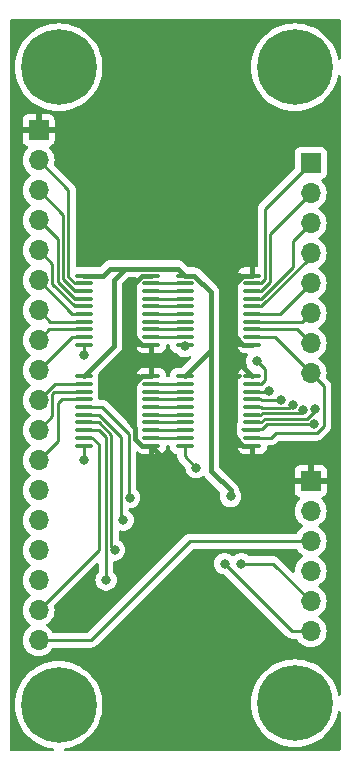
<source format=gbl>
G04 #@! TF.GenerationSoftware,KiCad,Pcbnew,7.0.10-7.0.10~ubuntu22.04.1*
G04 #@! TF.CreationDate,2024-03-22T17:45:40+01:00*
G04 #@! TF.ProjectId,dac-base-board,6461632d-6261-4736-952d-626f6172642e,v0.1*
G04 #@! TF.SameCoordinates,Original*
G04 #@! TF.FileFunction,Copper,L2,Bot*
G04 #@! TF.FilePolarity,Positive*
%FSLAX46Y46*%
G04 Gerber Fmt 4.6, Leading zero omitted, Abs format (unit mm)*
G04 Created by KiCad (PCBNEW 7.0.10-7.0.10~ubuntu22.04.1) date 2024-03-22 17:45:40*
%MOMM*%
%LPD*%
G01*
G04 APERTURE LIST*
G04 Aperture macros list*
%AMRoundRect*
0 Rectangle with rounded corners*
0 $1 Rounding radius*
0 $2 $3 $4 $5 $6 $7 $8 $9 X,Y pos of 4 corners*
0 Add a 4 corners polygon primitive as box body*
4,1,4,$2,$3,$4,$5,$6,$7,$8,$9,$2,$3,0*
0 Add four circle primitives for the rounded corners*
1,1,$1+$1,$2,$3*
1,1,$1+$1,$4,$5*
1,1,$1+$1,$6,$7*
1,1,$1+$1,$8,$9*
0 Add four rect primitives between the rounded corners*
20,1,$1+$1,$2,$3,$4,$5,0*
20,1,$1+$1,$4,$5,$6,$7,0*
20,1,$1+$1,$6,$7,$8,$9,0*
20,1,$1+$1,$8,$9,$2,$3,0*%
G04 Aperture macros list end*
G04 #@! TA.AperFunction,ComponentPad*
%ADD10C,6.400000*%
G04 #@! TD*
G04 #@! TA.AperFunction,ComponentPad*
%ADD11R,1.700000X1.700000*%
G04 #@! TD*
G04 #@! TA.AperFunction,ComponentPad*
%ADD12O,1.700000X1.700000*%
G04 #@! TD*
G04 #@! TA.AperFunction,SMDPad,CuDef*
%ADD13RoundRect,0.100000X0.637500X0.100000X-0.637500X0.100000X-0.637500X-0.100000X0.637500X-0.100000X0*%
G04 #@! TD*
G04 #@! TA.AperFunction,ViaPad*
%ADD14C,0.800000*%
G04 #@! TD*
G04 #@! TA.AperFunction,Conductor*
%ADD15C,0.250000*%
G04 #@! TD*
G04 #@! TA.AperFunction,Conductor*
%ADD16C,0.400000*%
G04 #@! TD*
G04 APERTURE END LIST*
D10*
X29464000Y-18796000D03*
X49464000Y-18796000D03*
X49464000Y-72644000D03*
X29464000Y-72796000D03*
D11*
X50800000Y-26924000D03*
D12*
X50800000Y-29464000D03*
X50800000Y-32004000D03*
X50800000Y-34544000D03*
X50800000Y-37084000D03*
X50800000Y-39624000D03*
X50800000Y-42164000D03*
X50800000Y-44704000D03*
D13*
X37295000Y-44980000D03*
X37295000Y-45630000D03*
X37295000Y-46280000D03*
X37295000Y-46930000D03*
X37295000Y-47580000D03*
X37295000Y-48230000D03*
X37295000Y-48880000D03*
X37295000Y-49530000D03*
X37295000Y-50180000D03*
X37295000Y-50830000D03*
X31570000Y-50830000D03*
X31570000Y-50180000D03*
X31570000Y-49530000D03*
X31570000Y-48880000D03*
X31570000Y-48230000D03*
X31570000Y-47580000D03*
X31570000Y-46930000D03*
X31570000Y-46280000D03*
X31570000Y-45630000D03*
X31570000Y-44980000D03*
X45862500Y-44980000D03*
X45862500Y-45630000D03*
X45862500Y-46280000D03*
X45862500Y-46930000D03*
X45862500Y-47580000D03*
X45862500Y-48230000D03*
X45862500Y-48880000D03*
X45862500Y-49530000D03*
X45862500Y-50180000D03*
X45862500Y-50830000D03*
X40137500Y-50830000D03*
X40137500Y-50180000D03*
X40137500Y-49530000D03*
X40137500Y-48880000D03*
X40137500Y-48230000D03*
X40137500Y-47580000D03*
X40137500Y-46930000D03*
X40137500Y-46280000D03*
X40137500Y-45630000D03*
X40137500Y-44980000D03*
X31570000Y-36445000D03*
X31570000Y-37095000D03*
X31570000Y-37745000D03*
X31570000Y-38395000D03*
X31570000Y-39045000D03*
X31570000Y-39695000D03*
X31570000Y-40345000D03*
X31570000Y-40995000D03*
X31570000Y-41645000D03*
X31570000Y-42295000D03*
X37295000Y-42295000D03*
X37295000Y-41645000D03*
X37295000Y-40995000D03*
X37295000Y-40345000D03*
X37295000Y-39695000D03*
X37295000Y-39045000D03*
X37295000Y-38395000D03*
X37295000Y-37745000D03*
X37295000Y-37095000D03*
X37295000Y-36445000D03*
X40137500Y-36445000D03*
X40137500Y-37095000D03*
X40137500Y-37745000D03*
X40137500Y-38395000D03*
X40137500Y-39045000D03*
X40137500Y-39695000D03*
X40137500Y-40345000D03*
X40137500Y-40995000D03*
X40137500Y-41645000D03*
X40137500Y-42295000D03*
X45862500Y-42295000D03*
X45862500Y-41645000D03*
X45862500Y-40995000D03*
X45862500Y-40345000D03*
X45862500Y-39695000D03*
X45862500Y-39045000D03*
X45862500Y-38395000D03*
X45862500Y-37745000D03*
X45862500Y-37095000D03*
X45862500Y-36445000D03*
D11*
X27760000Y-24130000D03*
D12*
X27760000Y-26670000D03*
X27760000Y-29210000D03*
X27760000Y-31750000D03*
X27760000Y-34290000D03*
X27760000Y-36830000D03*
X27760000Y-39370000D03*
X27760000Y-41910000D03*
X27760000Y-44450000D03*
X27760000Y-46990000D03*
X27760000Y-49530000D03*
X27760000Y-52070000D03*
X27760000Y-54610000D03*
X27760000Y-57150000D03*
X27760000Y-59690000D03*
X27760000Y-62230000D03*
X27760000Y-64770000D03*
X27760000Y-67310000D03*
D11*
X50800000Y-53848000D03*
D12*
X50800000Y-56388000D03*
X50800000Y-58928000D03*
X50800000Y-61468000D03*
X50800000Y-64008000D03*
X50800000Y-66548000D03*
D14*
X44924479Y-60835000D03*
X40137500Y-42444999D03*
X43508000Y-60835000D03*
X41095000Y-52705000D03*
X44016000Y-55144000D03*
X31570000Y-43180000D03*
X31570000Y-52070000D03*
X35470000Y-55245000D03*
X34925000Y-57150000D03*
X34200000Y-59690000D03*
X33475000Y-62230000D03*
X46228000Y-43688000D03*
X47244000Y-46217347D03*
X48260000Y-46942347D03*
X49277207Y-47363811D03*
X50183817Y-47785785D03*
X51182891Y-47742694D03*
X51049347Y-49017347D03*
D15*
X45862500Y-46280000D02*
X47181347Y-46280000D01*
X47181347Y-46280000D02*
X47244000Y-46217347D01*
X48260000Y-46942347D02*
X46612346Y-46942347D01*
X46612346Y-46942347D02*
X46599999Y-46930000D01*
X46599999Y-46930000D02*
X45862500Y-46930000D01*
X45862500Y-41645000D02*
X47741000Y-41645000D01*
X47741000Y-41645000D02*
X50800000Y-44704000D01*
X50800000Y-42164000D02*
X49631000Y-40995000D01*
X49631000Y-40995000D02*
X45862500Y-40995000D01*
X45862500Y-40345000D02*
X50079000Y-40345000D01*
X50079000Y-40345000D02*
X50800000Y-39624000D01*
X45862500Y-39695000D02*
X48189000Y-39695000D01*
X48189000Y-39695000D02*
X50800000Y-37084000D01*
X45862500Y-38395000D02*
X46599999Y-38395000D01*
X46599999Y-38395000D02*
X49276000Y-35718999D01*
X49276000Y-35718999D02*
X49276000Y-33528000D01*
X49276000Y-33528000D02*
X50800000Y-32004000D01*
X50800000Y-34544000D02*
X50800000Y-34844999D01*
X50800000Y-34844999D02*
X46599999Y-39045000D01*
X46599999Y-39045000D02*
X45862500Y-39045000D01*
X45862500Y-37095000D02*
X46599999Y-37095000D01*
X46599999Y-37095000D02*
X46925000Y-36769999D01*
X46925000Y-36769999D02*
X46925000Y-30799000D01*
X46925000Y-30799000D02*
X50800000Y-26924000D01*
X45862500Y-37745000D02*
X46599999Y-37745000D01*
X46599999Y-37745000D02*
X47375000Y-36969999D01*
X47375000Y-36969999D02*
X47375000Y-32889000D01*
X47375000Y-32889000D02*
X50800000Y-29464000D01*
X46925000Y-45258812D02*
X46925000Y-44385000D01*
X46925000Y-44385000D02*
X46228000Y-43688000D01*
X45862500Y-50180000D02*
X47430000Y-50180000D01*
X47430000Y-50180000D02*
X47826000Y-49784000D01*
X47826000Y-49784000D02*
X51308000Y-49784000D01*
X51308000Y-49784000D02*
X51907891Y-49184109D01*
X51907891Y-49184109D02*
X51907891Y-45811891D01*
X51907891Y-45811891D02*
X50800000Y-44704000D01*
X46925000Y-45258812D02*
X46553812Y-45630000D01*
X46553812Y-45630000D02*
X45862500Y-45630000D01*
X49277207Y-47363811D02*
X48973671Y-47667347D01*
X46599999Y-47580000D02*
X45862500Y-47580000D01*
X48973671Y-47667347D02*
X46687346Y-47667347D01*
X46687346Y-47667347D02*
X46599999Y-47580000D01*
X50183817Y-47785785D02*
X49852255Y-48117347D01*
X49852255Y-48117347D02*
X46712652Y-48117347D01*
X46712652Y-48117347D02*
X46599999Y-48230000D01*
X46599999Y-48230000D02*
X45862500Y-48230000D01*
X50474042Y-48567347D02*
X46899048Y-48567347D01*
X50767653Y-48292347D02*
X50749042Y-48292347D01*
X50749042Y-48292347D02*
X50474042Y-48567347D01*
X51189457Y-47749260D02*
X51189457Y-47870543D01*
X51189457Y-47870543D02*
X50767653Y-48292347D01*
X51182891Y-47742694D02*
X51189457Y-47749260D01*
X46899048Y-48567347D02*
X46586395Y-48880000D01*
X46586395Y-48880000D02*
X45862500Y-48880000D01*
X47085444Y-49017347D02*
X46697791Y-49405000D01*
X51049347Y-49017347D02*
X47085444Y-49017347D01*
X46697791Y-49405000D02*
X45000001Y-49405000D01*
X45000001Y-49405000D02*
X45125001Y-49530000D01*
X45125001Y-49530000D02*
X45862500Y-49530000D01*
X50800000Y-58928000D02*
X40587000Y-58928000D01*
X40587000Y-58928000D02*
X32205000Y-67310000D01*
X32205000Y-67310000D02*
X27760000Y-67310000D01*
X43508000Y-60835000D02*
X49221000Y-66548000D01*
X49221000Y-66548000D02*
X50800000Y-66548000D01*
X44924479Y-60835000D02*
X47627000Y-60835000D01*
X47627000Y-60835000D02*
X50800000Y-64008000D01*
D16*
X43635000Y-57150000D02*
X45466000Y-57150000D01*
X45466000Y-57150000D02*
X48768000Y-53848000D01*
X48768000Y-53848000D02*
X50800000Y-53848000D01*
X44016000Y-55144000D02*
X44016000Y-54636000D01*
X44016000Y-54636000D02*
X42365000Y-52985000D01*
X42365000Y-52985000D02*
X42365000Y-42752500D01*
D15*
X35470000Y-55245000D02*
X35380000Y-55155000D01*
X35380000Y-55155000D02*
X35380000Y-49847500D01*
X35380000Y-49847500D02*
X33112500Y-47580000D01*
X33112500Y-47580000D02*
X31570000Y-47580000D01*
X34925000Y-57150000D02*
X34745000Y-56970000D01*
X34745000Y-56970000D02*
X34745000Y-50117760D01*
X34745000Y-50117760D02*
X32857240Y-48230000D01*
X32857240Y-48230000D02*
X31570000Y-48230000D01*
X34200000Y-59690000D02*
X33925000Y-59415000D01*
X33925000Y-59415000D02*
X33925000Y-49934156D01*
X33925000Y-49934156D02*
X32870844Y-48880000D01*
X32870844Y-48880000D02*
X31570000Y-48880000D01*
D16*
X44270000Y-25400000D02*
X43000000Y-24130000D01*
X44270000Y-37240122D02*
X44270000Y-25400000D01*
X43000000Y-24130000D02*
X27760000Y-24130000D01*
D15*
X40137500Y-50830000D02*
X40137500Y-51747500D01*
X40137500Y-51747500D02*
X41095000Y-52705000D01*
D16*
X45065122Y-50830000D02*
X45570000Y-50830000D01*
X43635000Y-57150000D02*
X40142500Y-53657500D01*
X36497622Y-50830000D02*
X37315000Y-50830000D01*
X37315000Y-50830000D02*
X40460000Y-53975000D01*
X40460000Y-53975000D02*
X43635000Y-57150000D01*
X35095000Y-35845000D02*
X33825000Y-35845000D01*
X33825000Y-35845000D02*
X33225000Y-36445000D01*
X33225000Y-36445000D02*
X31570000Y-36445000D01*
X40137500Y-36445000D02*
X40934878Y-36445000D01*
X40934878Y-36445000D02*
X42365000Y-37875122D01*
X42365000Y-37875122D02*
X42365000Y-42752500D01*
X42365000Y-42752500D02*
X40137500Y-44980000D01*
X35095000Y-35845000D02*
X34110000Y-36830000D01*
X39537500Y-35845000D02*
X35095000Y-35845000D01*
X34110000Y-36830000D02*
X34110000Y-42440000D01*
X40137500Y-36445000D02*
X39537500Y-35845000D01*
X34110000Y-42440000D02*
X31570000Y-44980000D01*
X35380000Y-46355000D02*
X35380000Y-43815000D01*
X35380000Y-43815000D02*
X35380000Y-41177378D01*
X35380000Y-46355000D02*
X35380000Y-46097622D01*
X35380000Y-48787538D02*
X35380000Y-46355000D01*
X37295000Y-50830000D02*
X36497622Y-50830000D01*
X36497622Y-50830000D02*
X35905000Y-50237378D01*
X35905000Y-50237378D02*
X35905000Y-49312538D01*
X35905000Y-49312538D02*
X35380000Y-48787538D01*
X35380000Y-46097622D02*
X36497622Y-44980000D01*
X36497622Y-44980000D02*
X37295000Y-44980000D01*
X37295000Y-42295000D02*
X36497622Y-42295000D01*
X36497622Y-42295000D02*
X35380000Y-41177378D01*
X35380000Y-41177378D02*
X35380000Y-37562622D01*
X35380000Y-37562622D02*
X36497622Y-36445000D01*
X36497622Y-36445000D02*
X37295000Y-36445000D01*
X44270000Y-43387500D02*
X44270000Y-50034878D01*
X44270000Y-50034878D02*
X45065122Y-50830000D01*
X45065122Y-50830000D02*
X45862500Y-50830000D01*
X45862500Y-44980000D02*
X44270000Y-43387500D01*
X44270000Y-43387500D02*
X44270000Y-41499878D01*
X45862500Y-36445000D02*
X45065122Y-36445000D01*
X45065122Y-36445000D02*
X44270000Y-37240122D01*
X45065122Y-42295000D02*
X45862500Y-42295000D01*
X44270000Y-37240122D02*
X44270000Y-41499878D01*
X44270000Y-41499878D02*
X45065122Y-42295000D01*
D15*
X31570000Y-43180000D02*
X31570000Y-42295000D01*
X31570000Y-50830000D02*
X31570000Y-52070000D01*
X33475000Y-62230000D02*
X33475000Y-50120552D01*
X33475000Y-50120552D02*
X32884448Y-49530000D01*
X32884448Y-49530000D02*
X31570000Y-49530000D01*
X31570000Y-50180000D02*
X32307499Y-50180000D01*
X32307499Y-50180000D02*
X32840000Y-50712501D01*
X32840000Y-59690000D02*
X27760000Y-64770000D01*
X32840000Y-50712501D02*
X32840000Y-59690000D01*
X31570000Y-46930000D02*
X29725000Y-46930000D01*
X29725000Y-46930000D02*
X29385000Y-47270000D01*
X29385000Y-47270000D02*
X29385000Y-50445000D01*
X29385000Y-50445000D02*
X27760000Y-52070000D01*
X31570000Y-46280000D02*
X29106396Y-46280000D01*
X29106396Y-46280000D02*
X28935000Y-46451396D01*
X28935000Y-46451396D02*
X28935000Y-48355000D01*
X28935000Y-48355000D02*
X27760000Y-49530000D01*
X31570000Y-45630000D02*
X29120000Y-45630000D01*
X29120000Y-45630000D02*
X27760000Y-46990000D01*
X31570000Y-37095000D02*
X30832501Y-37095000D01*
X30832501Y-37095000D02*
X30285000Y-36547499D01*
X30285000Y-36547499D02*
X30285000Y-29195000D01*
X30285000Y-29195000D02*
X27760000Y-26670000D01*
X31570000Y-37745000D02*
X30832501Y-37745000D01*
X30832501Y-37745000D02*
X29835000Y-36747499D01*
X29835000Y-36747499D02*
X29835000Y-31285000D01*
X29835000Y-31285000D02*
X27760000Y-29210000D01*
X31570000Y-38395000D02*
X30832501Y-38395000D01*
X30832501Y-38395000D02*
X29385000Y-36947499D01*
X29385000Y-36947499D02*
X29385000Y-33375000D01*
X29385000Y-33375000D02*
X27760000Y-31750000D01*
X31570000Y-39045000D02*
X30832501Y-39045000D01*
X30832501Y-39045000D02*
X28935000Y-37147499D01*
X28935000Y-37147499D02*
X28935000Y-35465000D01*
X28935000Y-35465000D02*
X27760000Y-34290000D01*
X27760000Y-36830000D02*
X30625000Y-39695000D01*
X30625000Y-39695000D02*
X31570000Y-39695000D01*
X31570000Y-40345000D02*
X28735000Y-40345000D01*
X28735000Y-40345000D02*
X27760000Y-39370000D01*
X27760000Y-41910000D02*
X28675000Y-40995000D01*
X28675000Y-40995000D02*
X31570000Y-40995000D01*
X31570000Y-41645000D02*
X30565000Y-41645000D01*
X30565000Y-41645000D02*
X27760000Y-44450000D01*
X40137500Y-37095000D02*
X37295000Y-37095000D01*
X37295000Y-37745000D02*
X40137500Y-37745000D01*
X40137500Y-38395000D02*
X37295000Y-38395000D01*
X37295000Y-39045000D02*
X40137500Y-39045000D01*
X40137500Y-39695000D02*
X37295000Y-39695000D01*
X37295000Y-40345000D02*
X40137500Y-40345000D01*
X40137500Y-40995000D02*
X37295000Y-40995000D01*
X37295000Y-41645000D02*
X40137500Y-41645000D01*
X40137500Y-45630000D02*
X37295000Y-45630000D01*
X37295000Y-46280000D02*
X40137500Y-46280000D01*
X40137500Y-46930000D02*
X37295000Y-46930000D01*
X37295000Y-47580000D02*
X40137500Y-47580000D01*
X40137500Y-48230000D02*
X37295000Y-48230000D01*
X37295000Y-48880000D02*
X40137500Y-48880000D01*
X40137500Y-49530000D02*
X37295000Y-49530000D01*
X40137500Y-50180000D02*
X37295000Y-50180000D01*
G04 #@! TA.AperFunction,Conductor*
G36*
X36010683Y-36565185D02*
G01*
X36056438Y-36617989D01*
X36066583Y-36653316D01*
X36072942Y-36701622D01*
X36072945Y-36701634D01*
X36081337Y-36721895D01*
X36088804Y-36791364D01*
X36081338Y-36816794D01*
X36072456Y-36838238D01*
X36072455Y-36838239D01*
X36057000Y-36955638D01*
X36057000Y-37234363D01*
X36072453Y-37351753D01*
X36072457Y-37351765D01*
X36081066Y-37372550D01*
X36088533Y-37442019D01*
X36081066Y-37467450D01*
X36072457Y-37488234D01*
X36072455Y-37488239D01*
X36057000Y-37605638D01*
X36057000Y-37884363D01*
X36072453Y-38001753D01*
X36072457Y-38001765D01*
X36081066Y-38022550D01*
X36088533Y-38092019D01*
X36081066Y-38117450D01*
X36072457Y-38138234D01*
X36072455Y-38138239D01*
X36057000Y-38255638D01*
X36057000Y-38534363D01*
X36072453Y-38651753D01*
X36072457Y-38651765D01*
X36081066Y-38672550D01*
X36088533Y-38742019D01*
X36081066Y-38767450D01*
X36072457Y-38788234D01*
X36072455Y-38788239D01*
X36057000Y-38905638D01*
X36057000Y-39184363D01*
X36072453Y-39301753D01*
X36072457Y-39301765D01*
X36081066Y-39322550D01*
X36088533Y-39392019D01*
X36081066Y-39417450D01*
X36072457Y-39438234D01*
X36072455Y-39438239D01*
X36057000Y-39555638D01*
X36057000Y-39834363D01*
X36072453Y-39951753D01*
X36072457Y-39951765D01*
X36081066Y-39972550D01*
X36088533Y-40042019D01*
X36081066Y-40067450D01*
X36072457Y-40088234D01*
X36072455Y-40088239D01*
X36057000Y-40205638D01*
X36057000Y-40484363D01*
X36072453Y-40601753D01*
X36072457Y-40601765D01*
X36081066Y-40622550D01*
X36088533Y-40692019D01*
X36081066Y-40717450D01*
X36072457Y-40738234D01*
X36072455Y-40738239D01*
X36057000Y-40855638D01*
X36057000Y-41134363D01*
X36072453Y-41251753D01*
X36072457Y-41251765D01*
X36081066Y-41272550D01*
X36088533Y-41342019D01*
X36081066Y-41367450D01*
X36072457Y-41388234D01*
X36072455Y-41388239D01*
X36057000Y-41505638D01*
X36057000Y-41784363D01*
X36072453Y-41901753D01*
X36072456Y-41901762D01*
X36081337Y-41923203D01*
X36088804Y-41992673D01*
X36081338Y-42018103D01*
X36072943Y-42038370D01*
X36065487Y-42095000D01*
X36108000Y-42095000D01*
X36175039Y-42114685D01*
X36206375Y-42143513D01*
X36229215Y-42173279D01*
X36229216Y-42173280D01*
X36229218Y-42173282D01*
X36354659Y-42269536D01*
X36354660Y-42269536D01*
X36358684Y-42272624D01*
X36399886Y-42329052D01*
X36404041Y-42398798D01*
X36369829Y-42459719D01*
X36308111Y-42492471D01*
X36283197Y-42495000D01*
X36065490Y-42495000D01*
X36065488Y-42495001D01*
X36072942Y-42551627D01*
X36072944Y-42551633D01*
X36133399Y-42697585D01*
X36229575Y-42822924D01*
X36354913Y-42919100D01*
X36500865Y-42979554D01*
X36500869Y-42979555D01*
X36618176Y-42994999D01*
X37094999Y-42994999D01*
X37095000Y-42994998D01*
X37095000Y-42469499D01*
X37114685Y-42402460D01*
X37167489Y-42356705D01*
X37218997Y-42345499D01*
X37371001Y-42345499D01*
X37438039Y-42365184D01*
X37483794Y-42417988D01*
X37495000Y-42469499D01*
X37495000Y-42994999D01*
X37971824Y-42994999D01*
X38089128Y-42979557D01*
X38089133Y-42979555D01*
X38235085Y-42919100D01*
X38360424Y-42822924D01*
X38456600Y-42697586D01*
X38517054Y-42551634D01*
X38517055Y-42551630D01*
X38532499Y-42434330D01*
X38532500Y-42434316D01*
X38532500Y-42394500D01*
X38552185Y-42327461D01*
X38604989Y-42281706D01*
X38656500Y-42270500D01*
X38775501Y-42270500D01*
X38842540Y-42290185D01*
X38888295Y-42342989D01*
X38899501Y-42394500D01*
X38899501Y-42434363D01*
X38914953Y-42551753D01*
X38914956Y-42551762D01*
X38929897Y-42587834D01*
X38975464Y-42697841D01*
X39071718Y-42823282D01*
X39197159Y-42919536D01*
X39343238Y-42980044D01*
X39370805Y-42983673D01*
X39434698Y-43011937D01*
X39446762Y-43023634D01*
X39509242Y-43093024D01*
X39531629Y-43117887D01*
X39684765Y-43229147D01*
X39684770Y-43229150D01*
X39857692Y-43306141D01*
X39857697Y-43306143D01*
X40042854Y-43345499D01*
X40042855Y-43345499D01*
X40232144Y-43345499D01*
X40232146Y-43345499D01*
X40417303Y-43306143D01*
X40533245Y-43254521D01*
X40602491Y-43245236D01*
X40665768Y-43274864D01*
X40702982Y-43333999D01*
X40702318Y-43403865D01*
X40671359Y-43455482D01*
X39883660Y-44243181D01*
X39822337Y-44276666D01*
X39795979Y-44279500D01*
X39460636Y-44279500D01*
X39343246Y-44294953D01*
X39343237Y-44294956D01*
X39197160Y-44355463D01*
X39071718Y-44451718D01*
X38975463Y-44577160D01*
X38914956Y-44723237D01*
X38914955Y-44723239D01*
X38899500Y-44840638D01*
X38899500Y-44880500D01*
X38879815Y-44947539D01*
X38827011Y-44993294D01*
X38775500Y-45004500D01*
X38656499Y-45004500D01*
X38589460Y-44984815D01*
X38543705Y-44932011D01*
X38532499Y-44880500D01*
X38532499Y-44840675D01*
X38517057Y-44723371D01*
X38517055Y-44723366D01*
X38456600Y-44577414D01*
X38360424Y-44452075D01*
X38235086Y-44355899D01*
X38089134Y-44295445D01*
X38089130Y-44295444D01*
X37971830Y-44280000D01*
X37495000Y-44280000D01*
X37495000Y-44805500D01*
X37475315Y-44872539D01*
X37422511Y-44918294D01*
X37371000Y-44929500D01*
X37219000Y-44929500D01*
X37151961Y-44909815D01*
X37106206Y-44857011D01*
X37095000Y-44805500D01*
X37095000Y-44280000D01*
X36618175Y-44280000D01*
X36500871Y-44295442D01*
X36500866Y-44295444D01*
X36354914Y-44355899D01*
X36229575Y-44452075D01*
X36133399Y-44577413D01*
X36072944Y-44723368D01*
X36065487Y-44780000D01*
X36283197Y-44780000D01*
X36350236Y-44799685D01*
X36395991Y-44852489D01*
X36405935Y-44921647D01*
X36376910Y-44985203D01*
X36358684Y-45002376D01*
X36354660Y-45005463D01*
X36354659Y-45005464D01*
X36341447Y-45015602D01*
X36229215Y-45101720D01*
X36206375Y-45131487D01*
X36149947Y-45172690D01*
X36108000Y-45180000D01*
X36065490Y-45180000D01*
X36065488Y-45180001D01*
X36072941Y-45236622D01*
X36072945Y-45236634D01*
X36081337Y-45256895D01*
X36088804Y-45326364D01*
X36081338Y-45351794D01*
X36072456Y-45373238D01*
X36072455Y-45373239D01*
X36057000Y-45490638D01*
X36057000Y-45769363D01*
X36072453Y-45886753D01*
X36072457Y-45886765D01*
X36081066Y-45907550D01*
X36088533Y-45977019D01*
X36081066Y-46002450D01*
X36072457Y-46023234D01*
X36072455Y-46023239D01*
X36057000Y-46140638D01*
X36057000Y-46419363D01*
X36072453Y-46536753D01*
X36072457Y-46536765D01*
X36081066Y-46557550D01*
X36088533Y-46627019D01*
X36081066Y-46652450D01*
X36072457Y-46673234D01*
X36072455Y-46673239D01*
X36057000Y-46790638D01*
X36057000Y-47069363D01*
X36072453Y-47186753D01*
X36072457Y-47186765D01*
X36081066Y-47207550D01*
X36088533Y-47277019D01*
X36081066Y-47302450D01*
X36072457Y-47323234D01*
X36072455Y-47323239D01*
X36057000Y-47440638D01*
X36057000Y-47719363D01*
X36072453Y-47836753D01*
X36072457Y-47836765D01*
X36081066Y-47857550D01*
X36088533Y-47927019D01*
X36081066Y-47952450D01*
X36072457Y-47973234D01*
X36072455Y-47973239D01*
X36057000Y-48090638D01*
X36057000Y-48369363D01*
X36072453Y-48486753D01*
X36072457Y-48486765D01*
X36081066Y-48507550D01*
X36088533Y-48577019D01*
X36081066Y-48602450D01*
X36072457Y-48623234D01*
X36072455Y-48623239D01*
X36057000Y-48740638D01*
X36057000Y-49019363D01*
X36072453Y-49136753D01*
X36072457Y-49136765D01*
X36081066Y-49157550D01*
X36088533Y-49227019D01*
X36081066Y-49252450D01*
X36072457Y-49273234D01*
X36072456Y-49273238D01*
X36061400Y-49357216D01*
X36033133Y-49421112D01*
X35974809Y-49459583D01*
X35904944Y-49460414D01*
X35845721Y-49423342D01*
X35840664Y-49417051D01*
X35839595Y-49415913D01*
X35805945Y-49388076D01*
X35797304Y-49380213D01*
X33613303Y-47196212D01*
X33603480Y-47183950D01*
X33603259Y-47184134D01*
X33598286Y-47178122D01*
X33549276Y-47132099D01*
X33546477Y-47129386D01*
X33526977Y-47109885D01*
X33526971Y-47109880D01*
X33523786Y-47107409D01*
X33514934Y-47099848D01*
X33483082Y-47069938D01*
X33483080Y-47069936D01*
X33483077Y-47069935D01*
X33465529Y-47060288D01*
X33449263Y-47049604D01*
X33433432Y-47037324D01*
X33393349Y-47019978D01*
X33382863Y-47014841D01*
X33344594Y-46993803D01*
X33344592Y-46993802D01*
X33325193Y-46988822D01*
X33306781Y-46982518D01*
X33288398Y-46974562D01*
X33288392Y-46974560D01*
X33245260Y-46967729D01*
X33233822Y-46965361D01*
X33191520Y-46954500D01*
X33191519Y-46954500D01*
X33171484Y-46954500D01*
X33152086Y-46952973D01*
X33144662Y-46951797D01*
X33132305Y-46949840D01*
X33132304Y-46949840D01*
X33088825Y-46953950D01*
X33077156Y-46954500D01*
X32931999Y-46954500D01*
X32864960Y-46934815D01*
X32819205Y-46882011D01*
X32807999Y-46830500D01*
X32807999Y-46790638D01*
X32803254Y-46754596D01*
X32792544Y-46673238D01*
X32792542Y-46673234D01*
X32783935Y-46652455D01*
X32776465Y-46582986D01*
X32783935Y-46557545D01*
X32792544Y-46536762D01*
X32808000Y-46419361D01*
X32807999Y-46140640D01*
X32805097Y-46118599D01*
X32804777Y-46116170D01*
X32792544Y-46023238D01*
X32792542Y-46023234D01*
X32783935Y-46002455D01*
X32776465Y-45932986D01*
X32783935Y-45907545D01*
X32792544Y-45886762D01*
X32808000Y-45769361D01*
X32807999Y-45490640D01*
X32807716Y-45488493D01*
X32800437Y-45433196D01*
X32792544Y-45373238D01*
X32783934Y-45352454D01*
X32776465Y-45282986D01*
X32783935Y-45257545D01*
X32784204Y-45256895D01*
X32792544Y-45236762D01*
X32808000Y-45119361D01*
X32807999Y-44840640D01*
X32803418Y-44805844D01*
X32814183Y-44736811D01*
X32838673Y-44701982D01*
X34587731Y-42952924D01*
X34593151Y-42947822D01*
X34638183Y-42907929D01*
X34672358Y-42858416D01*
X34676779Y-42852407D01*
X34713877Y-42805057D01*
X34718029Y-42795828D01*
X34729062Y-42776268D01*
X34729419Y-42775750D01*
X34734818Y-42767930D01*
X34756154Y-42711668D01*
X34759014Y-42704766D01*
X34783693Y-42649934D01*
X34783692Y-42649934D01*
X34783694Y-42649932D01*
X34785520Y-42639965D01*
X34791548Y-42618340D01*
X34795140Y-42608872D01*
X34802389Y-42549169D01*
X34803516Y-42541762D01*
X34803637Y-42541100D01*
X34814357Y-42482606D01*
X34810726Y-42422577D01*
X34810500Y-42415090D01*
X34810500Y-37171519D01*
X34830185Y-37104480D01*
X34846819Y-37083838D01*
X35348838Y-36581819D01*
X35410161Y-36548334D01*
X35436519Y-36545500D01*
X35943644Y-36545500D01*
X36010683Y-36565185D01*
G37*
G04 #@! TD.AperFunction*
G04 #@! TA.AperFunction,Conductor*
G36*
X53282539Y-14753912D02*
G01*
X53328294Y-14806716D01*
X53339500Y-14858227D01*
X53339500Y-18034107D01*
X53319815Y-18101146D01*
X53267011Y-18146901D01*
X53197853Y-18156845D01*
X53134297Y-18127820D01*
X53096523Y-18069042D01*
X53093027Y-18053505D01*
X53092637Y-18051045D01*
X53088602Y-18025567D01*
X52988214Y-17650913D01*
X52849214Y-17288806D01*
X52673125Y-16943211D01*
X52461876Y-16617916D01*
X52217781Y-16316484D01*
X51943516Y-16042219D01*
X51642084Y-15798124D01*
X51642082Y-15798122D01*
X51316793Y-15586877D01*
X50971197Y-15410787D01*
X50609094Y-15271788D01*
X50609087Y-15271786D01*
X50234433Y-15171398D01*
X50234429Y-15171397D01*
X50234428Y-15171397D01*
X49851339Y-15110722D01*
X49464001Y-15090422D01*
X49463999Y-15090422D01*
X49076660Y-15110722D01*
X48693572Y-15171397D01*
X48693570Y-15171397D01*
X48318905Y-15271788D01*
X47956802Y-15410787D01*
X47611206Y-15586877D01*
X47285917Y-15798122D01*
X46984488Y-16042215D01*
X46984480Y-16042222D01*
X46710222Y-16316480D01*
X46710215Y-16316488D01*
X46466122Y-16617917D01*
X46254877Y-16943206D01*
X46078787Y-17288802D01*
X45939788Y-17650905D01*
X45839397Y-18025570D01*
X45839397Y-18025572D01*
X45778722Y-18408660D01*
X45758422Y-18795999D01*
X45758422Y-18796000D01*
X45778722Y-19183339D01*
X45839397Y-19566427D01*
X45839397Y-19566429D01*
X45939788Y-19941094D01*
X46078787Y-20303197D01*
X46254877Y-20648793D01*
X46466122Y-20974082D01*
X46466124Y-20974084D01*
X46710219Y-21275516D01*
X46984484Y-21549781D01*
X46984488Y-21549784D01*
X47285917Y-21793877D01*
X47611206Y-22005122D01*
X47611211Y-22005125D01*
X47956806Y-22181214D01*
X48318913Y-22320214D01*
X48693567Y-22420602D01*
X49076662Y-22481278D01*
X49442576Y-22500455D01*
X49463999Y-22501578D01*
X49464000Y-22501578D01*
X49464001Y-22501578D01*
X49484301Y-22500514D01*
X49851338Y-22481278D01*
X50234433Y-22420602D01*
X50609087Y-22320214D01*
X50971194Y-22181214D01*
X51316789Y-22005125D01*
X51642084Y-21793876D01*
X51943516Y-21549781D01*
X52217781Y-21275516D01*
X52461876Y-20974084D01*
X52673125Y-20648789D01*
X52849214Y-20303194D01*
X52988214Y-19941087D01*
X53088602Y-19566433D01*
X53093027Y-19538493D01*
X53122956Y-19475359D01*
X53182268Y-19438428D01*
X53252130Y-19439426D01*
X53310363Y-19478036D01*
X53338477Y-19541999D01*
X53339500Y-19557892D01*
X53339500Y-71882107D01*
X53319815Y-71949146D01*
X53267011Y-71994901D01*
X53197853Y-72004845D01*
X53134297Y-71975820D01*
X53096523Y-71917042D01*
X53093027Y-71901505D01*
X53092637Y-71899045D01*
X53088602Y-71873567D01*
X52988214Y-71498913D01*
X52849214Y-71136806D01*
X52673125Y-70791211D01*
X52461876Y-70465916D01*
X52217781Y-70164484D01*
X51943516Y-69890219D01*
X51642084Y-69646124D01*
X51642082Y-69646122D01*
X51316793Y-69434877D01*
X50971197Y-69258787D01*
X50609094Y-69119788D01*
X50609087Y-69119786D01*
X50234433Y-69019398D01*
X50234429Y-69019397D01*
X50234428Y-69019397D01*
X49851339Y-68958722D01*
X49464001Y-68938422D01*
X49463999Y-68938422D01*
X49076660Y-68958722D01*
X48693572Y-69019397D01*
X48693570Y-69019397D01*
X48318905Y-69119788D01*
X47956802Y-69258787D01*
X47611206Y-69434877D01*
X47285917Y-69646122D01*
X46984488Y-69890215D01*
X46984480Y-69890222D01*
X46710222Y-70164480D01*
X46710215Y-70164488D01*
X46466122Y-70465917D01*
X46254877Y-70791206D01*
X46078787Y-71136802D01*
X45939788Y-71498905D01*
X45839397Y-71873570D01*
X45839397Y-71873572D01*
X45778722Y-72256660D01*
X45758422Y-72643999D01*
X45758422Y-72644000D01*
X45778722Y-73031339D01*
X45839397Y-73414427D01*
X45839397Y-73414429D01*
X45939788Y-73789094D01*
X46078787Y-74151197D01*
X46254877Y-74496793D01*
X46466122Y-74822082D01*
X46589211Y-74974084D01*
X46710219Y-75123516D01*
X46984484Y-75397781D01*
X46984488Y-75397784D01*
X47285917Y-75641877D01*
X47519977Y-75793877D01*
X47611211Y-75853125D01*
X47956806Y-76029214D01*
X48318913Y-76168214D01*
X48693567Y-76268602D01*
X49076662Y-76329278D01*
X49442576Y-76348455D01*
X49463999Y-76349578D01*
X49464000Y-76349578D01*
X49464001Y-76349578D01*
X49484301Y-76348514D01*
X49851338Y-76329278D01*
X50234433Y-76268602D01*
X50609087Y-76168214D01*
X50971194Y-76029214D01*
X51316789Y-75853125D01*
X51642084Y-75641876D01*
X51943516Y-75397781D01*
X52217781Y-75123516D01*
X52461876Y-74822084D01*
X52673125Y-74496789D01*
X52849214Y-74151194D01*
X52988214Y-73789087D01*
X53088602Y-73414433D01*
X53093027Y-73386493D01*
X53122956Y-73323359D01*
X53182268Y-73286428D01*
X53252130Y-73287426D01*
X53310363Y-73326036D01*
X53338477Y-73389999D01*
X53339500Y-73405892D01*
X53339500Y-76583500D01*
X53319815Y-76650539D01*
X53267011Y-76696294D01*
X53215500Y-76707500D01*
X29998597Y-76707500D01*
X29931558Y-76687815D01*
X29885803Y-76635011D01*
X29875859Y-76565853D01*
X29904884Y-76502297D01*
X29963662Y-76464523D01*
X29979199Y-76461027D01*
X30002855Y-76457280D01*
X30234433Y-76420602D01*
X30609087Y-76320214D01*
X30971194Y-76181214D01*
X31316789Y-76005125D01*
X31642084Y-75793876D01*
X31943516Y-75549781D01*
X32217781Y-75275516D01*
X32461876Y-74974084D01*
X32673125Y-74648789D01*
X32849214Y-74303194D01*
X32988214Y-73941087D01*
X33088602Y-73566433D01*
X33149278Y-73183338D01*
X33169578Y-72796000D01*
X33149278Y-72408662D01*
X33088602Y-72025567D01*
X32988214Y-71650913D01*
X32849214Y-71288806D01*
X32673125Y-70943211D01*
X32461876Y-70617916D01*
X32217781Y-70316484D01*
X31943516Y-70042219D01*
X31909164Y-70014401D01*
X31642082Y-69798122D01*
X31316793Y-69586877D01*
X30971197Y-69410787D01*
X30609094Y-69271788D01*
X30609087Y-69271786D01*
X30234433Y-69171398D01*
X30234429Y-69171397D01*
X30234428Y-69171397D01*
X29851339Y-69110722D01*
X29464001Y-69090422D01*
X29463999Y-69090422D01*
X29076660Y-69110722D01*
X28693572Y-69171397D01*
X28693570Y-69171397D01*
X28318905Y-69271788D01*
X27956802Y-69410787D01*
X27611206Y-69586877D01*
X27285917Y-69798122D01*
X26984488Y-70042215D01*
X26984480Y-70042222D01*
X26710222Y-70316480D01*
X26710215Y-70316488D01*
X26466122Y-70617917D01*
X26254877Y-70943206D01*
X26078787Y-71288802D01*
X25939788Y-71650905D01*
X25839397Y-72025570D01*
X25839397Y-72025572D01*
X25778722Y-72408660D01*
X25758422Y-72795999D01*
X25758422Y-72796000D01*
X25778722Y-73183339D01*
X25839397Y-73566427D01*
X25839397Y-73566429D01*
X25939788Y-73941094D01*
X26078787Y-74303197D01*
X26254877Y-74648793D01*
X26466122Y-74974082D01*
X26466124Y-74974084D01*
X26710219Y-75275516D01*
X26984484Y-75549781D01*
X26984488Y-75549784D01*
X27285917Y-75793877D01*
X27377151Y-75853125D01*
X27611211Y-76005125D01*
X27956806Y-76181214D01*
X28318913Y-76320214D01*
X28693567Y-76420602D01*
X28914887Y-76455655D01*
X28948801Y-76461027D01*
X29011936Y-76490956D01*
X29048867Y-76550268D01*
X29047869Y-76620130D01*
X29009259Y-76678363D01*
X28945296Y-76706477D01*
X28929403Y-76707500D01*
X25450500Y-76707500D01*
X25383461Y-76687815D01*
X25337706Y-76635011D01*
X25326500Y-76583500D01*
X25326500Y-67310000D01*
X26404341Y-67310000D01*
X26424936Y-67545403D01*
X26424938Y-67545413D01*
X26486094Y-67773655D01*
X26486096Y-67773659D01*
X26486097Y-67773663D01*
X26562234Y-67936939D01*
X26585965Y-67987830D01*
X26585967Y-67987834D01*
X26694281Y-68142521D01*
X26721505Y-68181401D01*
X26888599Y-68348495D01*
X26985384Y-68416265D01*
X27082165Y-68484032D01*
X27082167Y-68484033D01*
X27082170Y-68484035D01*
X27296337Y-68583903D01*
X27524592Y-68645063D01*
X27712918Y-68661539D01*
X27759999Y-68665659D01*
X27760000Y-68665659D01*
X27760001Y-68665659D01*
X27799234Y-68662226D01*
X27995408Y-68645063D01*
X28223663Y-68583903D01*
X28437830Y-68484035D01*
X28631401Y-68348495D01*
X28798495Y-68181401D01*
X28933652Y-67988377D01*
X28988229Y-67944752D01*
X29035227Y-67935500D01*
X32122257Y-67935500D01*
X32137877Y-67937224D01*
X32137904Y-67936939D01*
X32145660Y-67937671D01*
X32145667Y-67937673D01*
X32212873Y-67935561D01*
X32216768Y-67935500D01*
X32244346Y-67935500D01*
X32244350Y-67935500D01*
X32248324Y-67934997D01*
X32259963Y-67934080D01*
X32303627Y-67932709D01*
X32322869Y-67927117D01*
X32341912Y-67923174D01*
X32361792Y-67920664D01*
X32402401Y-67904585D01*
X32413444Y-67900803D01*
X32455390Y-67888618D01*
X32472629Y-67878422D01*
X32490103Y-67869862D01*
X32508727Y-67862488D01*
X32508727Y-67862487D01*
X32508732Y-67862486D01*
X32544083Y-67836800D01*
X32553814Y-67830408D01*
X32591420Y-67808170D01*
X32605589Y-67793999D01*
X32620379Y-67781368D01*
X32636587Y-67769594D01*
X32664438Y-67735926D01*
X32672279Y-67727309D01*
X40809772Y-59589819D01*
X40871095Y-59556334D01*
X40897453Y-59553500D01*
X49524773Y-59553500D01*
X49591812Y-59573185D01*
X49626348Y-59606377D01*
X49761501Y-59799396D01*
X49761506Y-59799402D01*
X49928597Y-59966493D01*
X49928603Y-59966498D01*
X50114158Y-60096425D01*
X50157783Y-60151002D01*
X50164977Y-60220500D01*
X50133454Y-60282855D01*
X50114158Y-60299575D01*
X49928597Y-60429505D01*
X49761505Y-60596597D01*
X49625965Y-60790169D01*
X49625964Y-60790171D01*
X49526098Y-61004335D01*
X49526094Y-61004344D01*
X49464938Y-61232586D01*
X49464936Y-61232596D01*
X49444341Y-61467999D01*
X49444341Y-61468388D01*
X49444292Y-61468553D01*
X49443869Y-61473394D01*
X49442896Y-61473308D01*
X49424656Y-61535427D01*
X49371852Y-61581182D01*
X49302694Y-61591126D01*
X49239138Y-61562101D01*
X49232660Y-61556069D01*
X48127803Y-60451212D01*
X48117980Y-60438950D01*
X48117759Y-60439134D01*
X48112786Y-60433122D01*
X48063776Y-60387099D01*
X48060977Y-60384386D01*
X48041477Y-60364885D01*
X48041471Y-60364880D01*
X48038286Y-60362409D01*
X48029434Y-60354848D01*
X47997582Y-60324938D01*
X47997580Y-60324936D01*
X47997577Y-60324935D01*
X47980029Y-60315288D01*
X47963763Y-60304604D01*
X47947932Y-60292324D01*
X47907849Y-60274978D01*
X47897363Y-60269841D01*
X47859094Y-60248803D01*
X47859092Y-60248802D01*
X47839693Y-60243822D01*
X47821281Y-60237518D01*
X47802898Y-60229562D01*
X47802892Y-60229560D01*
X47759760Y-60222729D01*
X47748322Y-60220361D01*
X47706020Y-60209500D01*
X47706019Y-60209500D01*
X47685984Y-60209500D01*
X47666586Y-60207973D01*
X47659162Y-60206797D01*
X47646805Y-60204840D01*
X47646804Y-60204840D01*
X47603325Y-60208950D01*
X47591656Y-60209500D01*
X45628227Y-60209500D01*
X45561188Y-60189815D01*
X45536079Y-60168474D01*
X45530352Y-60162114D01*
X45530348Y-60162110D01*
X45377213Y-60050851D01*
X45377208Y-60050848D01*
X45204286Y-59973857D01*
X45204281Y-59973855D01*
X45058480Y-59942865D01*
X45019125Y-59934500D01*
X44829833Y-59934500D01*
X44797376Y-59941398D01*
X44644676Y-59973855D01*
X44644671Y-59973857D01*
X44471749Y-60050848D01*
X44471744Y-60050851D01*
X44318614Y-60162106D01*
X44318604Y-60162115D01*
X44308385Y-60173464D01*
X44248897Y-60210110D01*
X44179040Y-60208777D01*
X44124090Y-60173461D01*
X44113871Y-60162112D01*
X44113870Y-60162111D01*
X43960734Y-60050851D01*
X43960729Y-60050848D01*
X43787807Y-59973857D01*
X43787802Y-59973855D01*
X43642001Y-59942865D01*
X43602646Y-59934500D01*
X43413354Y-59934500D01*
X43380897Y-59941398D01*
X43228197Y-59973855D01*
X43228192Y-59973857D01*
X43055270Y-60050848D01*
X43055265Y-60050851D01*
X42902129Y-60162111D01*
X42775466Y-60302785D01*
X42680821Y-60466715D01*
X42680818Y-60466722D01*
X42622327Y-60646740D01*
X42622326Y-60646744D01*
X42602540Y-60835000D01*
X42622326Y-61023256D01*
X42622327Y-61023259D01*
X42680818Y-61203277D01*
X42680821Y-61203284D01*
X42775467Y-61367216D01*
X42877185Y-61480185D01*
X42902129Y-61507888D01*
X43055265Y-61619148D01*
X43055270Y-61619151D01*
X43228192Y-61696142D01*
X43228197Y-61696144D01*
X43413354Y-61735500D01*
X43472548Y-61735500D01*
X43539587Y-61755185D01*
X43560229Y-61771819D01*
X48720197Y-66931788D01*
X48730022Y-66944051D01*
X48730243Y-66943869D01*
X48735211Y-66949874D01*
X48784222Y-66995899D01*
X48787021Y-66998612D01*
X48806522Y-67018114D01*
X48806526Y-67018117D01*
X48806529Y-67018120D01*
X48809702Y-67020581D01*
X48818574Y-67028159D01*
X48850418Y-67058062D01*
X48867976Y-67067714D01*
X48884235Y-67078395D01*
X48900064Y-67090673D01*
X48940155Y-67108021D01*
X48950626Y-67113151D01*
X48973180Y-67125550D01*
X48988902Y-67134194D01*
X48988904Y-67134195D01*
X48988908Y-67134197D01*
X49008316Y-67139180D01*
X49026719Y-67145481D01*
X49045101Y-67153436D01*
X49045102Y-67153436D01*
X49045104Y-67153437D01*
X49088250Y-67160270D01*
X49099672Y-67162636D01*
X49141981Y-67173500D01*
X49162016Y-67173500D01*
X49181414Y-67175026D01*
X49201194Y-67178159D01*
X49201195Y-67178160D01*
X49201195Y-67178159D01*
X49201196Y-67178160D01*
X49244675Y-67174050D01*
X49256344Y-67173500D01*
X49524773Y-67173500D01*
X49591812Y-67193185D01*
X49626348Y-67226377D01*
X49761500Y-67419395D01*
X49761505Y-67419401D01*
X49928599Y-67586495D01*
X50025384Y-67654265D01*
X50122165Y-67722032D01*
X50122167Y-67722033D01*
X50122170Y-67722035D01*
X50336337Y-67821903D01*
X50564592Y-67883063D01*
X50752918Y-67899539D01*
X50799999Y-67903659D01*
X50800000Y-67903659D01*
X50800001Y-67903659D01*
X50839234Y-67900226D01*
X51035408Y-67883063D01*
X51263663Y-67821903D01*
X51477830Y-67722035D01*
X51671401Y-67586495D01*
X51838495Y-67419401D01*
X51974035Y-67225830D01*
X52073903Y-67011663D01*
X52135063Y-66783408D01*
X52155659Y-66548000D01*
X52135063Y-66312592D01*
X52073903Y-66084337D01*
X51974035Y-65870171D01*
X51930852Y-65808498D01*
X51838494Y-65676597D01*
X51671402Y-65509506D01*
X51671396Y-65509501D01*
X51485842Y-65379575D01*
X51442217Y-65324998D01*
X51435023Y-65255500D01*
X51466546Y-65193145D01*
X51485842Y-65176425D01*
X51508026Y-65160891D01*
X51671401Y-65046495D01*
X51838495Y-64879401D01*
X51974035Y-64685830D01*
X52073903Y-64471663D01*
X52135063Y-64243408D01*
X52155659Y-64008000D01*
X52135063Y-63772592D01*
X52073903Y-63544337D01*
X51974035Y-63330171D01*
X51930852Y-63268498D01*
X51838494Y-63136597D01*
X51671402Y-62969506D01*
X51671396Y-62969501D01*
X51485842Y-62839575D01*
X51442217Y-62784998D01*
X51435023Y-62715500D01*
X51466546Y-62653145D01*
X51485842Y-62636425D01*
X51540323Y-62598277D01*
X51671401Y-62506495D01*
X51838495Y-62339401D01*
X51974035Y-62145830D01*
X52073903Y-61931663D01*
X52135063Y-61703408D01*
X52155659Y-61468000D01*
X52135063Y-61232592D01*
X52073903Y-61004337D01*
X51974035Y-60790171D01*
X51941206Y-60743285D01*
X51838494Y-60596597D01*
X51671402Y-60429506D01*
X51671396Y-60429501D01*
X51485842Y-60299575D01*
X51442217Y-60244998D01*
X51435023Y-60175500D01*
X51466546Y-60113145D01*
X51485842Y-60096425D01*
X51550931Y-60050849D01*
X51671401Y-59966495D01*
X51838495Y-59799401D01*
X51974035Y-59605830D01*
X52073903Y-59391663D01*
X52135063Y-59163408D01*
X52155659Y-58928000D01*
X52135063Y-58692592D01*
X52073903Y-58464337D01*
X51974035Y-58250171D01*
X51973652Y-58249623D01*
X51838494Y-58056597D01*
X51671402Y-57889506D01*
X51671396Y-57889501D01*
X51485842Y-57759575D01*
X51442217Y-57704998D01*
X51435023Y-57635500D01*
X51466546Y-57573145D01*
X51485842Y-57556425D01*
X51540323Y-57518277D01*
X51671401Y-57426495D01*
X51838495Y-57259401D01*
X51974035Y-57065830D01*
X52073903Y-56851663D01*
X52135063Y-56623408D01*
X52155659Y-56388000D01*
X52135063Y-56152592D01*
X52073903Y-55924337D01*
X51974035Y-55710171D01*
X51950258Y-55676214D01*
X51838496Y-55516600D01*
X51803291Y-55481395D01*
X51716179Y-55394283D01*
X51682696Y-55332963D01*
X51687680Y-55263271D01*
X51729551Y-55207337D01*
X51760529Y-55190422D01*
X51892086Y-55141354D01*
X51892093Y-55141350D01*
X52007187Y-55055190D01*
X52007190Y-55055187D01*
X52093350Y-54940093D01*
X52093354Y-54940086D01*
X52143596Y-54805379D01*
X52143598Y-54805372D01*
X52149999Y-54745844D01*
X52150000Y-54745827D01*
X52150000Y-54098000D01*
X51233686Y-54098000D01*
X51259493Y-54057844D01*
X51300000Y-53919889D01*
X51300000Y-53776111D01*
X51259493Y-53638156D01*
X51233686Y-53598000D01*
X52150000Y-53598000D01*
X52150000Y-52950172D01*
X52149999Y-52950155D01*
X52143598Y-52890627D01*
X52143596Y-52890620D01*
X52093354Y-52755913D01*
X52093350Y-52755906D01*
X52007190Y-52640812D01*
X52007187Y-52640809D01*
X51892093Y-52554649D01*
X51892086Y-52554645D01*
X51757379Y-52504403D01*
X51757372Y-52504401D01*
X51697844Y-52498000D01*
X51050000Y-52498000D01*
X51050000Y-53412498D01*
X50942315Y-53363320D01*
X50835763Y-53348000D01*
X50764237Y-53348000D01*
X50657685Y-53363320D01*
X50550000Y-53412498D01*
X50550000Y-52498000D01*
X49902155Y-52498000D01*
X49842627Y-52504401D01*
X49842620Y-52504403D01*
X49707913Y-52554645D01*
X49707906Y-52554649D01*
X49592812Y-52640809D01*
X49592809Y-52640812D01*
X49506649Y-52755906D01*
X49506645Y-52755913D01*
X49456403Y-52890620D01*
X49456401Y-52890627D01*
X49450000Y-52950155D01*
X49450000Y-53598000D01*
X50366314Y-53598000D01*
X50340507Y-53638156D01*
X50300000Y-53776111D01*
X50300000Y-53919889D01*
X50340507Y-54057844D01*
X50366314Y-54098000D01*
X49450000Y-54098000D01*
X49450000Y-54745844D01*
X49456401Y-54805372D01*
X49456403Y-54805379D01*
X49506645Y-54940086D01*
X49506649Y-54940093D01*
X49592809Y-55055187D01*
X49592812Y-55055190D01*
X49707906Y-55141350D01*
X49707913Y-55141354D01*
X49839470Y-55190421D01*
X49895403Y-55232292D01*
X49919821Y-55297756D01*
X49904970Y-55366029D01*
X49883819Y-55394284D01*
X49761503Y-55516600D01*
X49625965Y-55710169D01*
X49625964Y-55710171D01*
X49526098Y-55924335D01*
X49526094Y-55924344D01*
X49464938Y-56152586D01*
X49464936Y-56152596D01*
X49444341Y-56387999D01*
X49444341Y-56388000D01*
X49464936Y-56623403D01*
X49464938Y-56623413D01*
X49526094Y-56851655D01*
X49526096Y-56851659D01*
X49526097Y-56851663D01*
X49577427Y-56961740D01*
X49625965Y-57065830D01*
X49625967Y-57065834D01*
X49761501Y-57259395D01*
X49761506Y-57259402D01*
X49928597Y-57426493D01*
X49928603Y-57426498D01*
X50114158Y-57556425D01*
X50157783Y-57611002D01*
X50164977Y-57680500D01*
X50133454Y-57742855D01*
X50114158Y-57759575D01*
X49928597Y-57889505D01*
X49761505Y-58056597D01*
X49626348Y-58249623D01*
X49571771Y-58293248D01*
X49524773Y-58302500D01*
X40669738Y-58302500D01*
X40654121Y-58300776D01*
X40654094Y-58301062D01*
X40646332Y-58300327D01*
X40579145Y-58302439D01*
X40575251Y-58302500D01*
X40547650Y-58302500D01*
X40543962Y-58302965D01*
X40543649Y-58303005D01*
X40532031Y-58303918D01*
X40488373Y-58305290D01*
X40488372Y-58305290D01*
X40469129Y-58310881D01*
X40450079Y-58314825D01*
X40430211Y-58317334D01*
X40430210Y-58317334D01*
X40389599Y-58333413D01*
X40378554Y-58337194D01*
X40336614Y-58349379D01*
X40336610Y-58349381D01*
X40319366Y-58359579D01*
X40301905Y-58368133D01*
X40283274Y-58375510D01*
X40283262Y-58375517D01*
X40247933Y-58401185D01*
X40238173Y-58407596D01*
X40200580Y-58429829D01*
X40186414Y-58443995D01*
X40171624Y-58456627D01*
X40155414Y-58468404D01*
X40155411Y-58468407D01*
X40127573Y-58502058D01*
X40119711Y-58510697D01*
X31982228Y-66648181D01*
X31920905Y-66681666D01*
X31894547Y-66684500D01*
X29035227Y-66684500D01*
X28968188Y-66664815D01*
X28933652Y-66631623D01*
X28798494Y-66438597D01*
X28631402Y-66271506D01*
X28631396Y-66271501D01*
X28445842Y-66141575D01*
X28402217Y-66086998D01*
X28395023Y-66017500D01*
X28426546Y-65955145D01*
X28445842Y-65938425D01*
X28526065Y-65882252D01*
X28631401Y-65808495D01*
X28798495Y-65641401D01*
X28934035Y-65447830D01*
X29033903Y-65233663D01*
X29095063Y-65005408D01*
X29115659Y-64770000D01*
X29095063Y-64534592D01*
X29068143Y-64434125D01*
X29069806Y-64364276D01*
X29100235Y-64314353D01*
X32637821Y-60776768D01*
X32699142Y-60743285D01*
X32768834Y-60748269D01*
X32824767Y-60790141D01*
X32849184Y-60855605D01*
X32849500Y-60864451D01*
X32849500Y-61531312D01*
X32829815Y-61598351D01*
X32817650Y-61614284D01*
X32742466Y-61697784D01*
X32647821Y-61861715D01*
X32647818Y-61861722D01*
X32604645Y-61994596D01*
X32589326Y-62041744D01*
X32569540Y-62230000D01*
X32589326Y-62418256D01*
X32589327Y-62418259D01*
X32647818Y-62598277D01*
X32647821Y-62598284D01*
X32742467Y-62762216D01*
X32812122Y-62839575D01*
X32869129Y-62902888D01*
X33022265Y-63014148D01*
X33022270Y-63014151D01*
X33195192Y-63091142D01*
X33195197Y-63091144D01*
X33380354Y-63130500D01*
X33380355Y-63130500D01*
X33569644Y-63130500D01*
X33569646Y-63130500D01*
X33754803Y-63091144D01*
X33927730Y-63014151D01*
X34080871Y-62902888D01*
X34207533Y-62762216D01*
X34302179Y-62598284D01*
X34360674Y-62418256D01*
X34380460Y-62230000D01*
X34360674Y-62041744D01*
X34302179Y-61861716D01*
X34207533Y-61697784D01*
X34187159Y-61675156D01*
X34132350Y-61614284D01*
X34102120Y-61551292D01*
X34100500Y-61531312D01*
X34100500Y-60714500D01*
X34120185Y-60647461D01*
X34172989Y-60601706D01*
X34224500Y-60590500D01*
X34294644Y-60590500D01*
X34294646Y-60590500D01*
X34479803Y-60551144D01*
X34652730Y-60474151D01*
X34805871Y-60362888D01*
X34932533Y-60222216D01*
X35027179Y-60058284D01*
X35085674Y-59878256D01*
X35105460Y-59690000D01*
X35085674Y-59501744D01*
X35027179Y-59321716D01*
X34932533Y-59157784D01*
X34805871Y-59017112D01*
X34805870Y-59017111D01*
X34652731Y-58905849D01*
X34624063Y-58893085D01*
X34570826Y-58847834D01*
X34550506Y-58780984D01*
X34550500Y-58779806D01*
X34550500Y-58144142D01*
X34570185Y-58077103D01*
X34622989Y-58031348D01*
X34692147Y-58021404D01*
X34700270Y-58022850D01*
X34830354Y-58050500D01*
X34830355Y-58050500D01*
X35019644Y-58050500D01*
X35019646Y-58050500D01*
X35204803Y-58011144D01*
X35377730Y-57934151D01*
X35530871Y-57822888D01*
X35657533Y-57682216D01*
X35752179Y-57518284D01*
X35810674Y-57338256D01*
X35830460Y-57150000D01*
X35810674Y-56961744D01*
X35752179Y-56781716D01*
X35657533Y-56617784D01*
X35530871Y-56477112D01*
X35490333Y-56447659D01*
X35421614Y-56397732D01*
X35378949Y-56342402D01*
X35370500Y-56297414D01*
X35370500Y-56269500D01*
X35390185Y-56202461D01*
X35442989Y-56156706D01*
X35494500Y-56145500D01*
X35564644Y-56145500D01*
X35564646Y-56145500D01*
X35749803Y-56106144D01*
X35922730Y-56029151D01*
X36075871Y-55917888D01*
X36202533Y-55777216D01*
X36297179Y-55613284D01*
X36355674Y-55433256D01*
X36375460Y-55245000D01*
X36355674Y-55056744D01*
X36297179Y-54876716D01*
X36202533Y-54712784D01*
X36152922Y-54657686D01*
X36075876Y-54572116D01*
X36075871Y-54572112D01*
X36056613Y-54558120D01*
X36013948Y-54502790D01*
X36005500Y-54457803D01*
X36005500Y-51431196D01*
X36025185Y-51364157D01*
X36077989Y-51318402D01*
X36147147Y-51308458D01*
X36210703Y-51337483D01*
X36227878Y-51355712D01*
X36229575Y-51357924D01*
X36354913Y-51454100D01*
X36500865Y-51514554D01*
X36500869Y-51514555D01*
X36618176Y-51529999D01*
X37094999Y-51529999D01*
X37095000Y-51529998D01*
X37095000Y-51004499D01*
X37114685Y-50937460D01*
X37167489Y-50891705D01*
X37218997Y-50880499D01*
X37371001Y-50880499D01*
X37438039Y-50900184D01*
X37483794Y-50952988D01*
X37495000Y-51004499D01*
X37495000Y-51529999D01*
X37971824Y-51529999D01*
X38089128Y-51514557D01*
X38089133Y-51514555D01*
X38235085Y-51454100D01*
X38360424Y-51357924D01*
X38456600Y-51232586D01*
X38517054Y-51086634D01*
X38517055Y-51086630D01*
X38532499Y-50969330D01*
X38532500Y-50969316D01*
X38532500Y-50929500D01*
X38552185Y-50862461D01*
X38604989Y-50816706D01*
X38656500Y-50805500D01*
X38775501Y-50805500D01*
X38842540Y-50825185D01*
X38888295Y-50877989D01*
X38899501Y-50929500D01*
X38899501Y-50969363D01*
X38914953Y-51086753D01*
X38914956Y-51086762D01*
X38975464Y-51232841D01*
X39071718Y-51358282D01*
X39197159Y-51454536D01*
X39343238Y-51515044D01*
X39404186Y-51523067D01*
X39468081Y-51551333D01*
X39506553Y-51609657D01*
X39512000Y-51646006D01*
X39512000Y-51664755D01*
X39510275Y-51680372D01*
X39510561Y-51680399D01*
X39509826Y-51688165D01*
X39511939Y-51755372D01*
X39512000Y-51759267D01*
X39512000Y-51786857D01*
X39512503Y-51790835D01*
X39513418Y-51802467D01*
X39514790Y-51846124D01*
X39514791Y-51846127D01*
X39520380Y-51865367D01*
X39524324Y-51884411D01*
X39525623Y-51894688D01*
X39526836Y-51904292D01*
X39542914Y-51944903D01*
X39546697Y-51955952D01*
X39558881Y-51997888D01*
X39569080Y-52015134D01*
X39577638Y-52032603D01*
X39585014Y-52051232D01*
X39610681Y-52086560D01*
X39617093Y-52096321D01*
X39639328Y-52133917D01*
X39639333Y-52133924D01*
X39653490Y-52148080D01*
X39666128Y-52162876D01*
X39677905Y-52179086D01*
X39677906Y-52179087D01*
X39711557Y-52206925D01*
X39720198Y-52214788D01*
X40156038Y-52650629D01*
X40189523Y-52711952D01*
X40191678Y-52725348D01*
X40194890Y-52755906D01*
X40209326Y-52893256D01*
X40209327Y-52893259D01*
X40267818Y-53073277D01*
X40267821Y-53073284D01*
X40362467Y-53237216D01*
X40462218Y-53348000D01*
X40489129Y-53377888D01*
X40642265Y-53489148D01*
X40642270Y-53489151D01*
X40815192Y-53566142D01*
X40815197Y-53566144D01*
X41000354Y-53605500D01*
X41000355Y-53605500D01*
X41189644Y-53605500D01*
X41189646Y-53605500D01*
X41374803Y-53566144D01*
X41547730Y-53489151D01*
X41654144Y-53411836D01*
X41719947Y-53388358D01*
X41788001Y-53404183D01*
X41829078Y-53441717D01*
X41836817Y-53452929D01*
X41836816Y-53452929D01*
X41881828Y-53492805D01*
X41887283Y-53497940D01*
X43129262Y-54739919D01*
X43162747Y-54801242D01*
X43159512Y-54865917D01*
X43130328Y-54955737D01*
X43130326Y-54955743D01*
X43117932Y-55073664D01*
X43110540Y-55144000D01*
X43130326Y-55332256D01*
X43130327Y-55332259D01*
X43188818Y-55512277D01*
X43188821Y-55512284D01*
X43283467Y-55676216D01*
X43410129Y-55816888D01*
X43563265Y-55928148D01*
X43563270Y-55928151D01*
X43736192Y-56005142D01*
X43736197Y-56005144D01*
X43921354Y-56044500D01*
X43921355Y-56044500D01*
X44110644Y-56044500D01*
X44110646Y-56044500D01*
X44295803Y-56005144D01*
X44468730Y-55928151D01*
X44621871Y-55816888D01*
X44748533Y-55676216D01*
X44843179Y-55512284D01*
X44901674Y-55332256D01*
X44921460Y-55144000D01*
X44901674Y-54955744D01*
X44843179Y-54775716D01*
X44748533Y-54611784D01*
X44740878Y-54603282D01*
X44711062Y-54542668D01*
X44709515Y-54534228D01*
X44708387Y-54526817D01*
X44701140Y-54467127D01*
X44697548Y-54457656D01*
X44691521Y-54436034D01*
X44689695Y-54426071D01*
X44689693Y-54426063D01*
X44666528Y-54374596D01*
X44665003Y-54371208D01*
X44662154Y-54364331D01*
X44640818Y-54308070D01*
X44635062Y-54299731D01*
X44624034Y-54280177D01*
X44619881Y-54270949D01*
X44619878Y-54270945D01*
X44619878Y-54270944D01*
X44582788Y-54223603D01*
X44578352Y-54217574D01*
X44544183Y-54168071D01*
X44519648Y-54146335D01*
X44499145Y-54128171D01*
X44493707Y-54123051D01*
X43101819Y-52731162D01*
X43068334Y-52669839D01*
X43065500Y-52643481D01*
X43065500Y-49365413D01*
X44370773Y-49365413D01*
X44374994Y-49432510D01*
X44375178Y-49436397D01*
X44377291Y-49503625D01*
X44378512Y-49511328D01*
X44378230Y-49511372D01*
X44378955Y-49515526D01*
X44379235Y-49515473D01*
X44380696Y-49523135D01*
X44401481Y-49587105D01*
X44402625Y-49590826D01*
X44403961Y-49595424D01*
X44418266Y-49644662D01*
X44421384Y-49655392D01*
X44424482Y-49662553D01*
X44424220Y-49662666D01*
X44425954Y-49666506D01*
X44426213Y-49666385D01*
X44429532Y-49673439D01*
X44440492Y-49690708D01*
X44459250Y-49720266D01*
X44465552Y-49730195D01*
X44467588Y-49733518D01*
X44501829Y-49791417D01*
X44506614Y-49797586D01*
X44506387Y-49797761D01*
X44509020Y-49801048D01*
X44509241Y-49800866D01*
X44514211Y-49806874D01*
X44563240Y-49852915D01*
X44566037Y-49855626D01*
X44595982Y-49885571D01*
X44629467Y-49946894D01*
X44631240Y-49989436D01*
X44624500Y-50040636D01*
X44624500Y-50319363D01*
X44639953Y-50436753D01*
X44639956Y-50436762D01*
X44648837Y-50458203D01*
X44656304Y-50527673D01*
X44648838Y-50553103D01*
X44640443Y-50573370D01*
X44632987Y-50630000D01*
X44675500Y-50630000D01*
X44742539Y-50649685D01*
X44773875Y-50678513D01*
X44796715Y-50708279D01*
X44796716Y-50708280D01*
X44796718Y-50708282D01*
X44922159Y-50804536D01*
X44922160Y-50804536D01*
X44926184Y-50807624D01*
X44967386Y-50864052D01*
X44971541Y-50933798D01*
X44937329Y-50994719D01*
X44875611Y-51027471D01*
X44850697Y-51030000D01*
X44632990Y-51030000D01*
X44632988Y-51030001D01*
X44640442Y-51086627D01*
X44640444Y-51086633D01*
X44700899Y-51232585D01*
X44797075Y-51357924D01*
X44922413Y-51454100D01*
X45068365Y-51514554D01*
X45068369Y-51514555D01*
X45185676Y-51529999D01*
X45662499Y-51529999D01*
X45662500Y-51529998D01*
X45662500Y-51004499D01*
X45682185Y-50937460D01*
X45734989Y-50891705D01*
X45786497Y-50880499D01*
X45938501Y-50880499D01*
X46005539Y-50900184D01*
X46051294Y-50952988D01*
X46062500Y-51004499D01*
X46062500Y-51529999D01*
X46539324Y-51529999D01*
X46656628Y-51514557D01*
X46656633Y-51514555D01*
X46802585Y-51454100D01*
X46927924Y-51357924D01*
X47024100Y-51232586D01*
X47084554Y-51086634D01*
X47084555Y-51086630D01*
X47099999Y-50969330D01*
X47100000Y-50969316D01*
X47100000Y-50929500D01*
X47119685Y-50862461D01*
X47172489Y-50816706D01*
X47224000Y-50805500D01*
X47347257Y-50805500D01*
X47362877Y-50807224D01*
X47362904Y-50806939D01*
X47370660Y-50807671D01*
X47370667Y-50807673D01*
X47437873Y-50805561D01*
X47441768Y-50805500D01*
X47469346Y-50805500D01*
X47469350Y-50805500D01*
X47473324Y-50804997D01*
X47484963Y-50804080D01*
X47528627Y-50802709D01*
X47547869Y-50797117D01*
X47566912Y-50793174D01*
X47586792Y-50790664D01*
X47627401Y-50774585D01*
X47638444Y-50770803D01*
X47680390Y-50758618D01*
X47697629Y-50748422D01*
X47715103Y-50739862D01*
X47733727Y-50732488D01*
X47733727Y-50732487D01*
X47733732Y-50732486D01*
X47769083Y-50706800D01*
X47778814Y-50700408D01*
X47816420Y-50678170D01*
X47830589Y-50663999D01*
X47845379Y-50651368D01*
X47861587Y-50639594D01*
X47889438Y-50605926D01*
X47897269Y-50597319D01*
X48048772Y-50445817D01*
X48110095Y-50412334D01*
X48136452Y-50409500D01*
X51225257Y-50409500D01*
X51240877Y-50411224D01*
X51240904Y-50410939D01*
X51248660Y-50411671D01*
X51248667Y-50411673D01*
X51315873Y-50409561D01*
X51319768Y-50409500D01*
X51347346Y-50409500D01*
X51347350Y-50409500D01*
X51351324Y-50408997D01*
X51362963Y-50408080D01*
X51406627Y-50406709D01*
X51425869Y-50401117D01*
X51444912Y-50397174D01*
X51464792Y-50394664D01*
X51505401Y-50378585D01*
X51516444Y-50374803D01*
X51558390Y-50362618D01*
X51575629Y-50352422D01*
X51593103Y-50343862D01*
X51611727Y-50336488D01*
X51611727Y-50336487D01*
X51611732Y-50336486D01*
X51647083Y-50310800D01*
X51656814Y-50304408D01*
X51694420Y-50282170D01*
X51708589Y-50267999D01*
X51723379Y-50255368D01*
X51739587Y-50243594D01*
X51767438Y-50209926D01*
X51775279Y-50201309D01*
X52291678Y-49684911D01*
X52303933Y-49675095D01*
X52303750Y-49674873D01*
X52309759Y-49669900D01*
X52309768Y-49669895D01*
X52355840Y-49620831D01*
X52358457Y-49618132D01*
X52378011Y-49598580D01*
X52380467Y-49595412D01*
X52388047Y-49586536D01*
X52417953Y-49554691D01*
X52427606Y-49537129D01*
X52438280Y-49520879D01*
X52450564Y-49505045D01*
X52467910Y-49464959D01*
X52473048Y-49454471D01*
X52482985Y-49436397D01*
X52494088Y-49416201D01*
X52499068Y-49396800D01*
X52505369Y-49378397D01*
X52513329Y-49360005D01*
X52520163Y-49316850D01*
X52522526Y-49305440D01*
X52533391Y-49263128D01*
X52533391Y-49243092D01*
X52534918Y-49223691D01*
X52538051Y-49203913D01*
X52533941Y-49160433D01*
X52533391Y-49148764D01*
X52533391Y-45894628D01*
X52535115Y-45879014D01*
X52534829Y-45878987D01*
X52535563Y-45871224D01*
X52533452Y-45804034D01*
X52533391Y-45800140D01*
X52533391Y-45772542D01*
X52533391Y-45772541D01*
X52532888Y-45768561D01*
X52531971Y-45756912D01*
X52531518Y-45742500D01*
X52530600Y-45713263D01*
X52525011Y-45694028D01*
X52521065Y-45674975D01*
X52520816Y-45673002D01*
X52518555Y-45655099D01*
X52502469Y-45614472D01*
X52498694Y-45603445D01*
X52486508Y-45561501D01*
X52486507Y-45561499D01*
X52476312Y-45544260D01*
X52467751Y-45526784D01*
X52460377Y-45508160D01*
X52460376Y-45508158D01*
X52434700Y-45472817D01*
X52428303Y-45463081D01*
X52406061Y-45425470D01*
X52406058Y-45425467D01*
X52406056Y-45425464D01*
X52391896Y-45411304D01*
X52379261Y-45396511D01*
X52369873Y-45383591D01*
X52367485Y-45380304D01*
X52358940Y-45373235D01*
X52333836Y-45352467D01*
X52325195Y-45344604D01*
X52140237Y-45159646D01*
X52106752Y-45098323D01*
X52108142Y-45039876D01*
X52135063Y-44939408D01*
X52155659Y-44704000D01*
X52135063Y-44468592D01*
X52073903Y-44240337D01*
X51974035Y-44026171D01*
X51954712Y-43998574D01*
X51838494Y-43832597D01*
X51671402Y-43665506D01*
X51671396Y-43665501D01*
X51485842Y-43535575D01*
X51442217Y-43480998D01*
X51435023Y-43411500D01*
X51466546Y-43349145D01*
X51485842Y-43332425D01*
X51568047Y-43274864D01*
X51671401Y-43202495D01*
X51838495Y-43035401D01*
X51974035Y-42841830D01*
X52073903Y-42627663D01*
X52135063Y-42399408D01*
X52155659Y-42164000D01*
X52135063Y-41928592D01*
X52073903Y-41700337D01*
X51974035Y-41486171D01*
X51873100Y-41342019D01*
X51838494Y-41292597D01*
X51671402Y-41125506D01*
X51671396Y-41125501D01*
X51485842Y-40995575D01*
X51442217Y-40940998D01*
X51435023Y-40871500D01*
X51466546Y-40809145D01*
X51485842Y-40792425D01*
X51563233Y-40738235D01*
X51671401Y-40662495D01*
X51838495Y-40495401D01*
X51974035Y-40301830D01*
X52073903Y-40087663D01*
X52135063Y-39859408D01*
X52155659Y-39624000D01*
X52135063Y-39388592D01*
X52073903Y-39160337D01*
X51974035Y-38946171D01*
X51945655Y-38905639D01*
X51838494Y-38752597D01*
X51671402Y-38585506D01*
X51671396Y-38585501D01*
X51485842Y-38455575D01*
X51442217Y-38400998D01*
X51435023Y-38331500D01*
X51466546Y-38269145D01*
X51485842Y-38252425D01*
X51574590Y-38190283D01*
X51671401Y-38122495D01*
X51838495Y-37955401D01*
X51974035Y-37761830D01*
X52073903Y-37547663D01*
X52135063Y-37319408D01*
X52155659Y-37084000D01*
X52135063Y-36848592D01*
X52073903Y-36620337D01*
X51974035Y-36406171D01*
X51960365Y-36386647D01*
X51838494Y-36212597D01*
X51671402Y-36045506D01*
X51671396Y-36045501D01*
X51485842Y-35915575D01*
X51442217Y-35860998D01*
X51435023Y-35791500D01*
X51466546Y-35729145D01*
X51485842Y-35712425D01*
X51566475Y-35655965D01*
X51671401Y-35582495D01*
X51838495Y-35415401D01*
X51974035Y-35221830D01*
X52073903Y-35007663D01*
X52135063Y-34779408D01*
X52155659Y-34544000D01*
X52135063Y-34308592D01*
X52073903Y-34080337D01*
X51974035Y-33866171D01*
X51838495Y-33672599D01*
X51838494Y-33672597D01*
X51671402Y-33505506D01*
X51671396Y-33505501D01*
X51485842Y-33375575D01*
X51442217Y-33320998D01*
X51435023Y-33251500D01*
X51466546Y-33189145D01*
X51485842Y-33172425D01*
X51569971Y-33113517D01*
X51671401Y-33042495D01*
X51838495Y-32875401D01*
X51974035Y-32681830D01*
X52073903Y-32467663D01*
X52135063Y-32239408D01*
X52155659Y-32004000D01*
X52135063Y-31768592D01*
X52073903Y-31540337D01*
X51974035Y-31326171D01*
X51838495Y-31132599D01*
X51838494Y-31132597D01*
X51671402Y-30965506D01*
X51671396Y-30965501D01*
X51485842Y-30835575D01*
X51442217Y-30780998D01*
X51435023Y-30711500D01*
X51466546Y-30649145D01*
X51485842Y-30632425D01*
X51566475Y-30575965D01*
X51671401Y-30502495D01*
X51838495Y-30335401D01*
X51974035Y-30141830D01*
X52073903Y-29927663D01*
X52135063Y-29699408D01*
X52155659Y-29464000D01*
X52154032Y-29445409D01*
X52145024Y-29342444D01*
X52135063Y-29228592D01*
X52073903Y-29000337D01*
X51974035Y-28786171D01*
X51938608Y-28735576D01*
X51838496Y-28592600D01*
X51778065Y-28532169D01*
X51716567Y-28470671D01*
X51683084Y-28409351D01*
X51688068Y-28339659D01*
X51729939Y-28283725D01*
X51760915Y-28266810D01*
X51892331Y-28217796D01*
X52007546Y-28131546D01*
X52093796Y-28016331D01*
X52144091Y-27881483D01*
X52150500Y-27821873D01*
X52150499Y-26026128D01*
X52144091Y-25966517D01*
X52093796Y-25831669D01*
X52093795Y-25831668D01*
X52093793Y-25831664D01*
X52007547Y-25716455D01*
X52007544Y-25716452D01*
X51892335Y-25630206D01*
X51892328Y-25630202D01*
X51757482Y-25579908D01*
X51757483Y-25579908D01*
X51697883Y-25573501D01*
X51697881Y-25573500D01*
X51697873Y-25573500D01*
X51697864Y-25573500D01*
X49902129Y-25573500D01*
X49902123Y-25573501D01*
X49842516Y-25579908D01*
X49707671Y-25630202D01*
X49707664Y-25630206D01*
X49592455Y-25716452D01*
X49592452Y-25716455D01*
X49506206Y-25831664D01*
X49506202Y-25831671D01*
X49455908Y-25966517D01*
X49449501Y-26026116D01*
X49449501Y-26026123D01*
X49449500Y-26026135D01*
X49449500Y-27338546D01*
X49429815Y-27405585D01*
X49413181Y-27426227D01*
X46541208Y-30298199D01*
X46528951Y-30308020D01*
X46529134Y-30308241D01*
X46523122Y-30313214D01*
X46477098Y-30362223D01*
X46474391Y-30365016D01*
X46454889Y-30384517D01*
X46454875Y-30384534D01*
X46452407Y-30387715D01*
X46444843Y-30396570D01*
X46414937Y-30428418D01*
X46414936Y-30428420D01*
X46405284Y-30445976D01*
X46394610Y-30462226D01*
X46382329Y-30478061D01*
X46382324Y-30478068D01*
X46364975Y-30518158D01*
X46359838Y-30528644D01*
X46338803Y-30566906D01*
X46333822Y-30586307D01*
X46327521Y-30604710D01*
X46319562Y-30623102D01*
X46319561Y-30623105D01*
X46312728Y-30666243D01*
X46310360Y-30677674D01*
X46299501Y-30719971D01*
X46299500Y-30719982D01*
X46299500Y-30740016D01*
X46297973Y-30759415D01*
X46294840Y-30779194D01*
X46294840Y-30779195D01*
X46298950Y-30822674D01*
X46299500Y-30834343D01*
X46299500Y-35621000D01*
X46279815Y-35688039D01*
X46227011Y-35733794D01*
X46175500Y-35745000D01*
X46062500Y-35745000D01*
X46062500Y-36270500D01*
X46042815Y-36337539D01*
X45990011Y-36383294D01*
X45938500Y-36394500D01*
X45786500Y-36394500D01*
X45719461Y-36374815D01*
X45673706Y-36322011D01*
X45662500Y-36270500D01*
X45662500Y-35745000D01*
X45185675Y-35745000D01*
X45068371Y-35760442D01*
X45068366Y-35760444D01*
X44922414Y-35820899D01*
X44797075Y-35917075D01*
X44700899Y-36042413D01*
X44640444Y-36188368D01*
X44632987Y-36245000D01*
X44850697Y-36245000D01*
X44917736Y-36264685D01*
X44963491Y-36317489D01*
X44973435Y-36386647D01*
X44944410Y-36450203D01*
X44926184Y-36467376D01*
X44922160Y-36470463D01*
X44922159Y-36470464D01*
X44846544Y-36528485D01*
X44796715Y-36566720D01*
X44773875Y-36596487D01*
X44717447Y-36637690D01*
X44675500Y-36645000D01*
X44632990Y-36645000D01*
X44632988Y-36645001D01*
X44640441Y-36701622D01*
X44640445Y-36701634D01*
X44648837Y-36721895D01*
X44656304Y-36791364D01*
X44648838Y-36816794D01*
X44639956Y-36838238D01*
X44639955Y-36838239D01*
X44624500Y-36955638D01*
X44624500Y-37234363D01*
X44639953Y-37351753D01*
X44639957Y-37351765D01*
X44648566Y-37372550D01*
X44656033Y-37442019D01*
X44648566Y-37467450D01*
X44639957Y-37488234D01*
X44639955Y-37488239D01*
X44624500Y-37605638D01*
X44624500Y-37884363D01*
X44639953Y-38001753D01*
X44639957Y-38001765D01*
X44648566Y-38022550D01*
X44656033Y-38092019D01*
X44648566Y-38117450D01*
X44639957Y-38138234D01*
X44639955Y-38138239D01*
X44624500Y-38255638D01*
X44624500Y-38534363D01*
X44639953Y-38651753D01*
X44639957Y-38651765D01*
X44648566Y-38672550D01*
X44656033Y-38742019D01*
X44648566Y-38767450D01*
X44639957Y-38788234D01*
X44639955Y-38788239D01*
X44624500Y-38905638D01*
X44624500Y-39184363D01*
X44639953Y-39301753D01*
X44639957Y-39301765D01*
X44648566Y-39322550D01*
X44656033Y-39392019D01*
X44648566Y-39417450D01*
X44639957Y-39438234D01*
X44639955Y-39438239D01*
X44624500Y-39555638D01*
X44624500Y-39834363D01*
X44639953Y-39951753D01*
X44639957Y-39951765D01*
X44648566Y-39972550D01*
X44656033Y-40042019D01*
X44648566Y-40067450D01*
X44639957Y-40088234D01*
X44639955Y-40088239D01*
X44624500Y-40205638D01*
X44624500Y-40484363D01*
X44639953Y-40601753D01*
X44639957Y-40601765D01*
X44648566Y-40622550D01*
X44656033Y-40692019D01*
X44648566Y-40717450D01*
X44639957Y-40738234D01*
X44639955Y-40738239D01*
X44624500Y-40855638D01*
X44624500Y-41134363D01*
X44639953Y-41251753D01*
X44639957Y-41251765D01*
X44648566Y-41272550D01*
X44656033Y-41342019D01*
X44648566Y-41367450D01*
X44639957Y-41388234D01*
X44639955Y-41388239D01*
X44624500Y-41505638D01*
X44624500Y-41784363D01*
X44639953Y-41901753D01*
X44639956Y-41901762D01*
X44648837Y-41923203D01*
X44656304Y-41992673D01*
X44648838Y-42018103D01*
X44640443Y-42038370D01*
X44632987Y-42095000D01*
X44675500Y-42095000D01*
X44742539Y-42114685D01*
X44773875Y-42143513D01*
X44796715Y-42173279D01*
X44796716Y-42173280D01*
X44796718Y-42173282D01*
X44922159Y-42269536D01*
X44922160Y-42269536D01*
X44926184Y-42272624D01*
X44967386Y-42329052D01*
X44971541Y-42398798D01*
X44937329Y-42459719D01*
X44875611Y-42492471D01*
X44850697Y-42495000D01*
X44632990Y-42495000D01*
X44632988Y-42495001D01*
X44640442Y-42551627D01*
X44640444Y-42551633D01*
X44700899Y-42697585D01*
X44797075Y-42822924D01*
X44922413Y-42919100D01*
X45068365Y-42979554D01*
X45068369Y-42979555D01*
X45185676Y-42994999D01*
X45373520Y-42994999D01*
X45440560Y-43014683D01*
X45486315Y-43067487D01*
X45496259Y-43136645D01*
X45480909Y-43180998D01*
X45400820Y-43319718D01*
X45400818Y-43319722D01*
X45348417Y-43480998D01*
X45342326Y-43499744D01*
X45322540Y-43688000D01*
X45342326Y-43876256D01*
X45342327Y-43876259D01*
X45400818Y-44056277D01*
X45400820Y-44056281D01*
X45400821Y-44056284D01*
X45415246Y-44081269D01*
X45422597Y-44094001D01*
X45439068Y-44161902D01*
X45416216Y-44227928D01*
X45361294Y-44271118D01*
X45315210Y-44280000D01*
X45185676Y-44280000D01*
X45068371Y-44295442D01*
X45068366Y-44295444D01*
X44922414Y-44355899D01*
X44797075Y-44452075D01*
X44700899Y-44577413D01*
X44640444Y-44723368D01*
X44632987Y-44780000D01*
X44850697Y-44780000D01*
X44917736Y-44799685D01*
X44963491Y-44852489D01*
X44973435Y-44921647D01*
X44944410Y-44985203D01*
X44926184Y-45002376D01*
X44922160Y-45005463D01*
X44922159Y-45005464D01*
X44908947Y-45015602D01*
X44796715Y-45101720D01*
X44773875Y-45131487D01*
X44717447Y-45172690D01*
X44675500Y-45180000D01*
X44632990Y-45180000D01*
X44632988Y-45180001D01*
X44640441Y-45236622D01*
X44640445Y-45236634D01*
X44648837Y-45256895D01*
X44656304Y-45326364D01*
X44648838Y-45351794D01*
X44639956Y-45373238D01*
X44639955Y-45373239D01*
X44624500Y-45490638D01*
X44624500Y-45769363D01*
X44639953Y-45886753D01*
X44639957Y-45886765D01*
X44648566Y-45907550D01*
X44656033Y-45977019D01*
X44648566Y-46002450D01*
X44639957Y-46023234D01*
X44639955Y-46023239D01*
X44624500Y-46140638D01*
X44624500Y-46419363D01*
X44639953Y-46536753D01*
X44639957Y-46536765D01*
X44648566Y-46557550D01*
X44656033Y-46627019D01*
X44648566Y-46652450D01*
X44639957Y-46673234D01*
X44639955Y-46673239D01*
X44624500Y-46790638D01*
X44624500Y-47069363D01*
X44639953Y-47186753D01*
X44639957Y-47186765D01*
X44648566Y-47207550D01*
X44656033Y-47277019D01*
X44648566Y-47302450D01*
X44639957Y-47323234D01*
X44639955Y-47323239D01*
X44624500Y-47440638D01*
X44624500Y-47719363D01*
X44639953Y-47836753D01*
X44639957Y-47836765D01*
X44648566Y-47857550D01*
X44656033Y-47927019D01*
X44648566Y-47952450D01*
X44639957Y-47973234D01*
X44639955Y-47973239D01*
X44624500Y-48090638D01*
X44624500Y-48369363D01*
X44639953Y-48486753D01*
X44639957Y-48486765D01*
X44648566Y-48507550D01*
X44656033Y-48577019D01*
X44648566Y-48602450D01*
X44639957Y-48623234D01*
X44639955Y-48623239D01*
X44624501Y-48740629D01*
X44624500Y-48740645D01*
X44624500Y-48839555D01*
X44604815Y-48906594D01*
X44588052Y-48926109D01*
X44588205Y-48926244D01*
X44585505Y-48929305D01*
X44584606Y-48930122D01*
X44582513Y-48932560D01*
X44577225Y-48937223D01*
X44577037Y-48937010D01*
X44573906Y-48939858D01*
X44574101Y-48940065D01*
X44568415Y-48945404D01*
X44525540Y-48997230D01*
X44523013Y-49000189D01*
X44478547Y-49050626D01*
X44474169Y-49057069D01*
X44473935Y-49056910D01*
X44471618Y-49060437D01*
X44471857Y-49060589D01*
X44467679Y-49067173D01*
X44439042Y-49128026D01*
X44437330Y-49131520D01*
X44406802Y-49191434D01*
X44404161Y-49198772D01*
X44403894Y-49198675D01*
X44402526Y-49202670D01*
X44402796Y-49202758D01*
X44400386Y-49210175D01*
X44387788Y-49276214D01*
X44386999Y-49280025D01*
X44372327Y-49345666D01*
X44371594Y-49353428D01*
X44371313Y-49353401D01*
X44370981Y-49357613D01*
X44371263Y-49357631D01*
X44370773Y-49365413D01*
X43065500Y-49365413D01*
X43065500Y-42827427D01*
X43067531Y-42805075D01*
X43067534Y-42805057D01*
X43069358Y-42795106D01*
X43065726Y-42735065D01*
X43065500Y-42727578D01*
X43065500Y-37900042D01*
X43065726Y-37892554D01*
X43069358Y-37832516D01*
X43058514Y-37773343D01*
X43057387Y-37765937D01*
X43056888Y-37761830D01*
X43050140Y-37706250D01*
X43046548Y-37696778D01*
X43040521Y-37675156D01*
X43038695Y-37665193D01*
X43038693Y-37665185D01*
X43014008Y-37610341D01*
X43011153Y-37603451D01*
X42989818Y-37547192D01*
X42984063Y-37538855D01*
X42973036Y-37519304D01*
X42968879Y-37510068D01*
X42968878Y-37510065D01*
X42952393Y-37489024D01*
X42931785Y-37462719D01*
X42927355Y-37456699D01*
X42893183Y-37407193D01*
X42848153Y-37367300D01*
X42842715Y-37362180D01*
X41447818Y-35967283D01*
X41442683Y-35961828D01*
X41402807Y-35916816D01*
X41402802Y-35916812D01*
X41353316Y-35882655D01*
X41347281Y-35878215D01*
X41299938Y-35841124D01*
X41299933Y-35841120D01*
X41290691Y-35836961D01*
X41271144Y-35825936D01*
X41269535Y-35824826D01*
X41262808Y-35820182D01*
X41206572Y-35798854D01*
X41199668Y-35795994D01*
X41144810Y-35771305D01*
X41144808Y-35771304D01*
X41134824Y-35769474D01*
X41113221Y-35763451D01*
X41103752Y-35759860D01*
X41103749Y-35759859D01*
X41044049Y-35752610D01*
X41036648Y-35751483D01*
X40977487Y-35740642D01*
X40977481Y-35740642D01*
X40917445Y-35744274D01*
X40909957Y-35744500D01*
X40479019Y-35744500D01*
X40411980Y-35724815D01*
X40391338Y-35708181D01*
X40050440Y-35367283D01*
X40045305Y-35361828D01*
X40005429Y-35316816D01*
X40005424Y-35316812D01*
X39955938Y-35282655D01*
X39949903Y-35278215D01*
X39902560Y-35241124D01*
X39902555Y-35241120D01*
X39893313Y-35236961D01*
X39873766Y-35225936D01*
X39867817Y-35221830D01*
X39865430Y-35220182D01*
X39809194Y-35198854D01*
X39802290Y-35195994D01*
X39747432Y-35171305D01*
X39747430Y-35171304D01*
X39737446Y-35169474D01*
X39715843Y-35163451D01*
X39706374Y-35159860D01*
X39706371Y-35159859D01*
X39646671Y-35152610D01*
X39639270Y-35151483D01*
X39580109Y-35140642D01*
X39580103Y-35140642D01*
X39520067Y-35144274D01*
X39512579Y-35144500D01*
X35119910Y-35144500D01*
X35112423Y-35144274D01*
X35052395Y-35140643D01*
X35052391Y-35140643D01*
X35042429Y-35142469D01*
X35020078Y-35144500D01*
X33849910Y-35144500D01*
X33842423Y-35144274D01*
X33782396Y-35140643D01*
X33782389Y-35140643D01*
X33723243Y-35151481D01*
X33715843Y-35152608D01*
X33656125Y-35159860D01*
X33646642Y-35163456D01*
X33625038Y-35169478D01*
X33623535Y-35169754D01*
X33615065Y-35171306D01*
X33560229Y-35195986D01*
X33553313Y-35198851D01*
X33524701Y-35209702D01*
X33497070Y-35220182D01*
X33497068Y-35220183D01*
X33497066Y-35220184D01*
X33497061Y-35220186D01*
X33488722Y-35225942D01*
X33469190Y-35236959D01*
X33459946Y-35241120D01*
X33459944Y-35241121D01*
X33459943Y-35241122D01*
X33431580Y-35263342D01*
X33412597Y-35278214D01*
X33406569Y-35282649D01*
X33357068Y-35316819D01*
X33317183Y-35361838D01*
X33312051Y-35367290D01*
X32971162Y-35708181D01*
X32909839Y-35741666D01*
X32883481Y-35744500D01*
X31034500Y-35744500D01*
X30967461Y-35724815D01*
X30921706Y-35672011D01*
X30910500Y-35620500D01*
X30910500Y-29277737D01*
X30912224Y-29262123D01*
X30911938Y-29262096D01*
X30912672Y-29254333D01*
X30910561Y-29187144D01*
X30910500Y-29183250D01*
X30910500Y-29155651D01*
X30910500Y-29155650D01*
X30909997Y-29151670D01*
X30909080Y-29140021D01*
X30907709Y-29096373D01*
X30902122Y-29077144D01*
X30898174Y-29058084D01*
X30895664Y-29038208D01*
X30879585Y-28997597D01*
X30875804Y-28986552D01*
X30863619Y-28944612D01*
X30853418Y-28927363D01*
X30844860Y-28909894D01*
X30837486Y-28891268D01*
X30837483Y-28891264D01*
X30837483Y-28891263D01*
X30811816Y-28855935D01*
X30805403Y-28846172D01*
X30783172Y-28808583D01*
X30783170Y-28808579D01*
X30783166Y-28808575D01*
X30783163Y-28808571D01*
X30769005Y-28794413D01*
X30756370Y-28779620D01*
X30744593Y-28763412D01*
X30710945Y-28735576D01*
X30702304Y-28727713D01*
X29100237Y-27125646D01*
X29066752Y-27064323D01*
X29068142Y-27005876D01*
X29095063Y-26905408D01*
X29115659Y-26670000D01*
X29095063Y-26434592D01*
X29033903Y-26206337D01*
X28934035Y-25992171D01*
X28916071Y-25966516D01*
X28798496Y-25798600D01*
X28798495Y-25798599D01*
X28676179Y-25676283D01*
X28642696Y-25614963D01*
X28647680Y-25545271D01*
X28689551Y-25489337D01*
X28720529Y-25472422D01*
X28852086Y-25423354D01*
X28852093Y-25423350D01*
X28967187Y-25337190D01*
X28967190Y-25337187D01*
X29053350Y-25222093D01*
X29053354Y-25222086D01*
X29103596Y-25087379D01*
X29103598Y-25087372D01*
X29109999Y-25027844D01*
X29110000Y-25027827D01*
X29110000Y-24380000D01*
X28193686Y-24380000D01*
X28219493Y-24339844D01*
X28260000Y-24201889D01*
X28260000Y-24058111D01*
X28219493Y-23920156D01*
X28193686Y-23880000D01*
X29110000Y-23880000D01*
X29110000Y-23232172D01*
X29109999Y-23232155D01*
X29103598Y-23172627D01*
X29103596Y-23172620D01*
X29053354Y-23037913D01*
X29053350Y-23037906D01*
X28967190Y-22922812D01*
X28967187Y-22922809D01*
X28852093Y-22836649D01*
X28852086Y-22836645D01*
X28717379Y-22786403D01*
X28717372Y-22786401D01*
X28657844Y-22780000D01*
X28010000Y-22780000D01*
X28010000Y-23694498D01*
X27902315Y-23645320D01*
X27795763Y-23630000D01*
X27724237Y-23630000D01*
X27617685Y-23645320D01*
X27510000Y-23694498D01*
X27510000Y-22780000D01*
X26862155Y-22780000D01*
X26802627Y-22786401D01*
X26802620Y-22786403D01*
X26667913Y-22836645D01*
X26667906Y-22836649D01*
X26552812Y-22922809D01*
X26552809Y-22922812D01*
X26466649Y-23037906D01*
X26466645Y-23037913D01*
X26416403Y-23172620D01*
X26416401Y-23172627D01*
X26410000Y-23232155D01*
X26410000Y-23880000D01*
X27326314Y-23880000D01*
X27300507Y-23920156D01*
X27260000Y-24058111D01*
X27260000Y-24201889D01*
X27300507Y-24339844D01*
X27326314Y-24380000D01*
X26410000Y-24380000D01*
X26410000Y-25027844D01*
X26416401Y-25087372D01*
X26416403Y-25087379D01*
X26466645Y-25222086D01*
X26466649Y-25222093D01*
X26552809Y-25337187D01*
X26552812Y-25337190D01*
X26667906Y-25423350D01*
X26667913Y-25423354D01*
X26799470Y-25472421D01*
X26855403Y-25514292D01*
X26879821Y-25579756D01*
X26864970Y-25648029D01*
X26843819Y-25676284D01*
X26721503Y-25798600D01*
X26585965Y-25992169D01*
X26585964Y-25992171D01*
X26486098Y-26206335D01*
X26486094Y-26206344D01*
X26424938Y-26434586D01*
X26424936Y-26434596D01*
X26404341Y-26669999D01*
X26404341Y-26670000D01*
X26424936Y-26905403D01*
X26424938Y-26905413D01*
X26486094Y-27133655D01*
X26486096Y-27133659D01*
X26486097Y-27133663D01*
X26581636Y-27338546D01*
X26585965Y-27347830D01*
X26585967Y-27347834D01*
X26721501Y-27541395D01*
X26721506Y-27541402D01*
X26888597Y-27708493D01*
X26888603Y-27708498D01*
X27074158Y-27838425D01*
X27117783Y-27893002D01*
X27124977Y-27962500D01*
X27093454Y-28024855D01*
X27074158Y-28041575D01*
X26888597Y-28171505D01*
X26721505Y-28338597D01*
X26585965Y-28532169D01*
X26585964Y-28532171D01*
X26486098Y-28746335D01*
X26486094Y-28746344D01*
X26424938Y-28974586D01*
X26424936Y-28974596D01*
X26404341Y-29209999D01*
X26404341Y-29210000D01*
X26424936Y-29445403D01*
X26424938Y-29445413D01*
X26486094Y-29673655D01*
X26486096Y-29673659D01*
X26486097Y-29673663D01*
X26544950Y-29799873D01*
X26585965Y-29887830D01*
X26585967Y-29887834D01*
X26721501Y-30081395D01*
X26721506Y-30081402D01*
X26888597Y-30248493D01*
X26888603Y-30248498D01*
X27074158Y-30378425D01*
X27117783Y-30433002D01*
X27124977Y-30502500D01*
X27093454Y-30564855D01*
X27074158Y-30581575D01*
X26888597Y-30711505D01*
X26721505Y-30878597D01*
X26585965Y-31072169D01*
X26585964Y-31072171D01*
X26486098Y-31286335D01*
X26486094Y-31286344D01*
X26424938Y-31514586D01*
X26424936Y-31514596D01*
X26404341Y-31749999D01*
X26404341Y-31750000D01*
X26424936Y-31985403D01*
X26424938Y-31985413D01*
X26486094Y-32213655D01*
X26486096Y-32213659D01*
X26486097Y-32213663D01*
X26533309Y-32314909D01*
X26585965Y-32427830D01*
X26585967Y-32427834D01*
X26721501Y-32621395D01*
X26721506Y-32621402D01*
X26888597Y-32788493D01*
X26888603Y-32788498D01*
X27074158Y-32918425D01*
X27117783Y-32973002D01*
X27124977Y-33042500D01*
X27093454Y-33104855D01*
X27074158Y-33121575D01*
X26888597Y-33251505D01*
X26721505Y-33418597D01*
X26585965Y-33612169D01*
X26585964Y-33612171D01*
X26486098Y-33826335D01*
X26486094Y-33826344D01*
X26424938Y-34054586D01*
X26424936Y-34054596D01*
X26404341Y-34289999D01*
X26404341Y-34290000D01*
X26424936Y-34525403D01*
X26424938Y-34525413D01*
X26486094Y-34753655D01*
X26486096Y-34753659D01*
X26486097Y-34753663D01*
X26585965Y-34967830D01*
X26585967Y-34967834D01*
X26694281Y-35122521D01*
X26715349Y-35152610D01*
X26721501Y-35161395D01*
X26721506Y-35161402D01*
X26888597Y-35328493D01*
X26888603Y-35328498D01*
X27074158Y-35458425D01*
X27117783Y-35513002D01*
X27124977Y-35582500D01*
X27093454Y-35644855D01*
X27074158Y-35661575D01*
X26888597Y-35791505D01*
X26721505Y-35958597D01*
X26585965Y-36152169D01*
X26585964Y-36152171D01*
X26486098Y-36366335D01*
X26486094Y-36366344D01*
X26424938Y-36594586D01*
X26424936Y-36594596D01*
X26404341Y-36829999D01*
X26404341Y-36830000D01*
X26424936Y-37065403D01*
X26424938Y-37065413D01*
X26486094Y-37293655D01*
X26486096Y-37293659D01*
X26486097Y-37293663D01*
X26567138Y-37467455D01*
X26585965Y-37507830D01*
X26585967Y-37507834D01*
X26721501Y-37701395D01*
X26721506Y-37701402D01*
X26888597Y-37868493D01*
X26888603Y-37868498D01*
X27074158Y-37998425D01*
X27117783Y-38053002D01*
X27124977Y-38122500D01*
X27093454Y-38184855D01*
X27074158Y-38201575D01*
X26888597Y-38331505D01*
X26721505Y-38498597D01*
X26585965Y-38692169D01*
X26585964Y-38692171D01*
X26541167Y-38788239D01*
X26486423Y-38905639D01*
X26486098Y-38906335D01*
X26486094Y-38906344D01*
X26424938Y-39134586D01*
X26424936Y-39134596D01*
X26404341Y-39369999D01*
X26404341Y-39370000D01*
X26424936Y-39605403D01*
X26424938Y-39605413D01*
X26486094Y-39833655D01*
X26486096Y-39833659D01*
X26486097Y-39833663D01*
X26541168Y-39951762D01*
X26585965Y-40047830D01*
X26585967Y-40047834D01*
X26721501Y-40241395D01*
X26721506Y-40241402D01*
X26888597Y-40408493D01*
X26888603Y-40408498D01*
X27074158Y-40538425D01*
X27117783Y-40593002D01*
X27124977Y-40662500D01*
X27093454Y-40724855D01*
X27074158Y-40741575D01*
X26888597Y-40871505D01*
X26721505Y-41038597D01*
X26585965Y-41232169D01*
X26585964Y-41232171D01*
X26486098Y-41446335D01*
X26486094Y-41446344D01*
X26424938Y-41674586D01*
X26424936Y-41674596D01*
X26404341Y-41909999D01*
X26404341Y-41910000D01*
X26424936Y-42145403D01*
X26424938Y-42145413D01*
X26486094Y-42373655D01*
X26486096Y-42373659D01*
X26486097Y-42373663D01*
X26569142Y-42551753D01*
X26585965Y-42587830D01*
X26585967Y-42587834D01*
X26670239Y-42708186D01*
X26712072Y-42767930D01*
X26721501Y-42781395D01*
X26721506Y-42781402D01*
X26888597Y-42948493D01*
X26888603Y-42948498D01*
X27074158Y-43078425D01*
X27117783Y-43133002D01*
X27124977Y-43202500D01*
X27093454Y-43264855D01*
X27074158Y-43281575D01*
X26888597Y-43411505D01*
X26721505Y-43578597D01*
X26585965Y-43772169D01*
X26585964Y-43772171D01*
X26486098Y-43986335D01*
X26486094Y-43986344D01*
X26424938Y-44214586D01*
X26424936Y-44214596D01*
X26404341Y-44449999D01*
X26404341Y-44450000D01*
X26424936Y-44685403D01*
X26424938Y-44685413D01*
X26486094Y-44913655D01*
X26486096Y-44913659D01*
X26486097Y-44913663D01*
X26527785Y-45003062D01*
X26585965Y-45127830D01*
X26585967Y-45127834D01*
X26691542Y-45278610D01*
X26712147Y-45308037D01*
X26721501Y-45321395D01*
X26721506Y-45321402D01*
X26888597Y-45488493D01*
X26888603Y-45488498D01*
X27074158Y-45618425D01*
X27117783Y-45673002D01*
X27124977Y-45742500D01*
X27093454Y-45804855D01*
X27074158Y-45821575D01*
X26888597Y-45951505D01*
X26721505Y-46118597D01*
X26585965Y-46312169D01*
X26585964Y-46312171D01*
X26486098Y-46526335D01*
X26486094Y-46526344D01*
X26424938Y-46754586D01*
X26424936Y-46754596D01*
X26404341Y-46989999D01*
X26404341Y-46990000D01*
X26424936Y-47225403D01*
X26424938Y-47225413D01*
X26486094Y-47453655D01*
X26486096Y-47453659D01*
X26486097Y-47453663D01*
X26533585Y-47555500D01*
X26585965Y-47667830D01*
X26585967Y-47667834D01*
X26694281Y-47822521D01*
X26718808Y-47857550D01*
X26721501Y-47861395D01*
X26721506Y-47861402D01*
X26888597Y-48028493D01*
X26888603Y-48028498D01*
X27074158Y-48158425D01*
X27117783Y-48213002D01*
X27124977Y-48282500D01*
X27093454Y-48344855D01*
X27074158Y-48361575D01*
X26888597Y-48491505D01*
X26721505Y-48658597D01*
X26585965Y-48852169D01*
X26585964Y-48852171D01*
X26486098Y-49066335D01*
X26486094Y-49066344D01*
X26424938Y-49294586D01*
X26424936Y-49294596D01*
X26404341Y-49529999D01*
X26404341Y-49530000D01*
X26424936Y-49765403D01*
X26424938Y-49765413D01*
X26486094Y-49993655D01*
X26486096Y-49993659D01*
X26486097Y-49993663D01*
X26508003Y-50040640D01*
X26585965Y-50207830D01*
X26585967Y-50207834D01*
X26658077Y-50310817D01*
X26702879Y-50374801D01*
X26721501Y-50401395D01*
X26721506Y-50401402D01*
X26888597Y-50568493D01*
X26888603Y-50568498D01*
X27074158Y-50698425D01*
X27117783Y-50753002D01*
X27124977Y-50822500D01*
X27093454Y-50884855D01*
X27074158Y-50901575D01*
X26888597Y-51031505D01*
X26721505Y-51198597D01*
X26585965Y-51392169D01*
X26585964Y-51392171D01*
X26486098Y-51606335D01*
X26486094Y-51606344D01*
X26424938Y-51834586D01*
X26424936Y-51834596D01*
X26404341Y-52069999D01*
X26404341Y-52070000D01*
X26424936Y-52305403D01*
X26424938Y-52305413D01*
X26486094Y-52533655D01*
X26486096Y-52533659D01*
X26486097Y-52533663D01*
X26549597Y-52669839D01*
X26585965Y-52747830D01*
X26585967Y-52747834D01*
X26721501Y-52941395D01*
X26721506Y-52941402D01*
X26888597Y-53108493D01*
X26888603Y-53108498D01*
X27074158Y-53238425D01*
X27117783Y-53293002D01*
X27124977Y-53362500D01*
X27093454Y-53424855D01*
X27074158Y-53441575D01*
X26888597Y-53571505D01*
X26721505Y-53738597D01*
X26585965Y-53932169D01*
X26585964Y-53932171D01*
X26486098Y-54146335D01*
X26486094Y-54146344D01*
X26424938Y-54374586D01*
X26424936Y-54374596D01*
X26404341Y-54609999D01*
X26404341Y-54610000D01*
X26424936Y-54845403D01*
X26424938Y-54845413D01*
X26486094Y-55073655D01*
X26486096Y-55073659D01*
X26486097Y-55073663D01*
X26551521Y-55213965D01*
X26585965Y-55287830D01*
X26585967Y-55287834D01*
X26721501Y-55481395D01*
X26721506Y-55481402D01*
X26888597Y-55648493D01*
X26888603Y-55648498D01*
X27074158Y-55778425D01*
X27117783Y-55833002D01*
X27124977Y-55902500D01*
X27093454Y-55964855D01*
X27074158Y-55981575D01*
X26888597Y-56111505D01*
X26721505Y-56278597D01*
X26585965Y-56472169D01*
X26585964Y-56472171D01*
X26486098Y-56686335D01*
X26486094Y-56686344D01*
X26424938Y-56914586D01*
X26424936Y-56914596D01*
X26404341Y-57149999D01*
X26404341Y-57150000D01*
X26424936Y-57385403D01*
X26424938Y-57385413D01*
X26486094Y-57613655D01*
X26486096Y-57613659D01*
X26486097Y-57613663D01*
X26551521Y-57753965D01*
X26585965Y-57827830D01*
X26585967Y-57827834D01*
X26721501Y-58021395D01*
X26721506Y-58021402D01*
X26888597Y-58188493D01*
X26888603Y-58188498D01*
X27074158Y-58318425D01*
X27117783Y-58373002D01*
X27124977Y-58442500D01*
X27093454Y-58504855D01*
X27074158Y-58521575D01*
X26888597Y-58651505D01*
X26721505Y-58818597D01*
X26585965Y-59012169D01*
X26585964Y-59012171D01*
X26486098Y-59226335D01*
X26486094Y-59226344D01*
X26424938Y-59454586D01*
X26424936Y-59454596D01*
X26404341Y-59689999D01*
X26404341Y-59690000D01*
X26424936Y-59925403D01*
X26424938Y-59925413D01*
X26486094Y-60153655D01*
X26486096Y-60153659D01*
X26486097Y-60153663D01*
X26555634Y-60302785D01*
X26585965Y-60367830D01*
X26585967Y-60367834D01*
X26721501Y-60561395D01*
X26721506Y-60561402D01*
X26888597Y-60728493D01*
X26888603Y-60728498D01*
X27074158Y-60858425D01*
X27117783Y-60913002D01*
X27124977Y-60982500D01*
X27093454Y-61044855D01*
X27074158Y-61061575D01*
X26888597Y-61191505D01*
X26721505Y-61358597D01*
X26585965Y-61552169D01*
X26585964Y-61552171D01*
X26486098Y-61766335D01*
X26486094Y-61766344D01*
X26424938Y-61994586D01*
X26424936Y-61994596D01*
X26404341Y-62229999D01*
X26404341Y-62230000D01*
X26424936Y-62465403D01*
X26424938Y-62465413D01*
X26486094Y-62693655D01*
X26486096Y-62693659D01*
X26486097Y-62693663D01*
X26551521Y-62833965D01*
X26585965Y-62907830D01*
X26585967Y-62907834D01*
X26721501Y-63101395D01*
X26721506Y-63101402D01*
X26888597Y-63268493D01*
X26888603Y-63268498D01*
X27074158Y-63398425D01*
X27117783Y-63453002D01*
X27124977Y-63522500D01*
X27093454Y-63584855D01*
X27074158Y-63601575D01*
X26888597Y-63731505D01*
X26721505Y-63898597D01*
X26585965Y-64092169D01*
X26585964Y-64092171D01*
X26486098Y-64306335D01*
X26486094Y-64306344D01*
X26424938Y-64534586D01*
X26424936Y-64534596D01*
X26404341Y-64769999D01*
X26404341Y-64770000D01*
X26424936Y-65005403D01*
X26424938Y-65005413D01*
X26486094Y-65233655D01*
X26486096Y-65233659D01*
X26486097Y-65233663D01*
X26551521Y-65373965D01*
X26585965Y-65447830D01*
X26585967Y-65447834D01*
X26721501Y-65641395D01*
X26721506Y-65641402D01*
X26888597Y-65808493D01*
X26888603Y-65808498D01*
X27074158Y-65938425D01*
X27117783Y-65993002D01*
X27124977Y-66062500D01*
X27093454Y-66124855D01*
X27074158Y-66141575D01*
X26888597Y-66271505D01*
X26721505Y-66438597D01*
X26585965Y-66632169D01*
X26585964Y-66632171D01*
X26486098Y-66846335D01*
X26486094Y-66846344D01*
X26424938Y-67074586D01*
X26424936Y-67074596D01*
X26404341Y-67309999D01*
X26404341Y-67310000D01*
X25326500Y-67310000D01*
X25326500Y-18796000D01*
X25758422Y-18796000D01*
X25778722Y-19183339D01*
X25839397Y-19566427D01*
X25839397Y-19566429D01*
X25939788Y-19941094D01*
X26078787Y-20303197D01*
X26254877Y-20648793D01*
X26466122Y-20974082D01*
X26466124Y-20974084D01*
X26710219Y-21275516D01*
X26984484Y-21549781D01*
X26984488Y-21549784D01*
X27285917Y-21793877D01*
X27611206Y-22005122D01*
X27611211Y-22005125D01*
X27956806Y-22181214D01*
X28318913Y-22320214D01*
X28693567Y-22420602D01*
X29076662Y-22481278D01*
X29442576Y-22500455D01*
X29463999Y-22501578D01*
X29464000Y-22501578D01*
X29464001Y-22501578D01*
X29484301Y-22500514D01*
X29851338Y-22481278D01*
X30234433Y-22420602D01*
X30609087Y-22320214D01*
X30971194Y-22181214D01*
X31316789Y-22005125D01*
X31642084Y-21793876D01*
X31943516Y-21549781D01*
X32217781Y-21275516D01*
X32461876Y-20974084D01*
X32673125Y-20648789D01*
X32849214Y-20303194D01*
X32988214Y-19941087D01*
X33088602Y-19566433D01*
X33149278Y-19183338D01*
X33169578Y-18796000D01*
X33149278Y-18408662D01*
X33088602Y-18025567D01*
X32988214Y-17650913D01*
X32849214Y-17288806D01*
X32673125Y-16943211D01*
X32461876Y-16617916D01*
X32217781Y-16316484D01*
X31943516Y-16042219D01*
X31642084Y-15798124D01*
X31642082Y-15798122D01*
X31316793Y-15586877D01*
X30971197Y-15410787D01*
X30609094Y-15271788D01*
X30609087Y-15271786D01*
X30234433Y-15171398D01*
X30234429Y-15171397D01*
X30234428Y-15171397D01*
X29851339Y-15110722D01*
X29464001Y-15090422D01*
X29463999Y-15090422D01*
X29076660Y-15110722D01*
X28693572Y-15171397D01*
X28693570Y-15171397D01*
X28318905Y-15271788D01*
X27956802Y-15410787D01*
X27611206Y-15586877D01*
X27285917Y-15798122D01*
X26984488Y-16042215D01*
X26984480Y-16042222D01*
X26710222Y-16316480D01*
X26710215Y-16316488D01*
X26466122Y-16617917D01*
X26254877Y-16943206D01*
X26078787Y-17288802D01*
X25939788Y-17650905D01*
X25839397Y-18025570D01*
X25839397Y-18025572D01*
X25778722Y-18408660D01*
X25758422Y-18795999D01*
X25758422Y-18796000D01*
X25326500Y-18796000D01*
X25326500Y-14858227D01*
X25346185Y-14791188D01*
X25398989Y-14745433D01*
X25450500Y-14734227D01*
X53215500Y-14734227D01*
X53282539Y-14753912D01*
G37*
G04 #@! TD.AperFunction*
M02*

</source>
